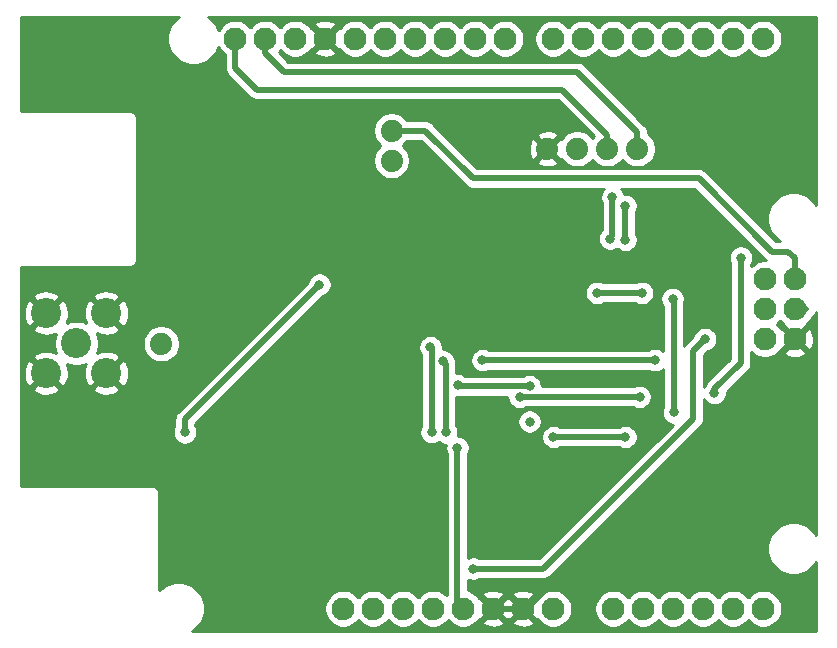
<source format=gbr>
%TF.GenerationSoftware,KiCad,Pcbnew,(5.1.9)-1*%
%TF.CreationDate,2021-01-06T17:38:29+00:00*%
%TF.ProjectId,RFMduino,52464d64-7569-46e6-9f2e-6b696361645f,rev?*%
%TF.SameCoordinates,Original*%
%TF.FileFunction,Copper,L2,Bot*%
%TF.FilePolarity,Positive*%
%FSLAX46Y46*%
G04 Gerber Fmt 4.6, Leading zero omitted, Abs format (unit mm)*
G04 Created by KiCad (PCBNEW (5.1.9)-1) date 2021-01-06 17:38:29*
%MOMM*%
%LPD*%
G01*
G04 APERTURE LIST*
%TA.AperFunction,ComponentPad*%
%ADD10C,1.879600*%
%TD*%
%TA.AperFunction,ComponentPad*%
%ADD11C,2.550000*%
%TD*%
%TA.AperFunction,ComponentPad*%
%ADD12C,1.930400*%
%TD*%
%TA.AperFunction,ViaPad*%
%ADD13C,0.800000*%
%TD*%
%TA.AperFunction,Conductor*%
%ADD14C,0.500000*%
%TD*%
%TA.AperFunction,Conductor*%
%ADD15C,0.254000*%
%TD*%
%TA.AperFunction,Conductor*%
%ADD16C,0.100000*%
%TD*%
G04 APERTURE END LIST*
D10*
%TO.P,J1,1*%
%TO.N,Net-(C1-Pad1)*%
X151500000Y-70000000D03*
%TO.P,J1,2*%
%TO.N,VCC*%
X151500000Y-67460000D03*
%TD*%
%TO.P,J2,1*%
%TO.N,/SDA*%
X172310000Y-69000000D03*
%TO.P,J2,2*%
%TO.N,/SCL*%
X169770000Y-69000000D03*
%TO.P,J2,3*%
%TO.N,5V*%
X167230000Y-69000000D03*
%TO.P,J2,4*%
%TO.N,Earth*%
X164690000Y-69000000D03*
%TD*%
%TO.P,J3,1*%
%TO.N,/ANT*%
X132000000Y-85500000D03*
%TD*%
D11*
%TO.P,J4,1*%
%TO.N,/ANT*%
X124810000Y-85455000D03*
%TO.P,J4,2*%
%TO.N,Earth*%
X122261000Y-88005000D03*
%TO.P,J4,3*%
X127360000Y-88005000D03*
%TO.P,J4,4*%
X127360000Y-82905000D03*
%TO.P,J4,5*%
X122261000Y-82905000D03*
%TD*%
D12*
%TO.P,B1,3.3V*%
%TO.N,Net-(B1-Pad3.3V)*%
X155040000Y-107930000D03*
%TO.P,B1,5V*%
%TO.N,5V*%
X157580000Y-107930000D03*
%TO.P,B1,A0*%
%TO.N,Net-(B1-PadA0)*%
X170280000Y-107930000D03*
%TO.P,B1,A1*%
%TO.N,Net-(B1-PadA1)*%
X172820000Y-107930000D03*
%TO.P,B1,A2*%
%TO.N,Net-(B1-PadA2)*%
X175360000Y-107930000D03*
%TO.P,B1,A3*%
%TO.N,Net-(B1-PadA3)*%
X177900000Y-107930000D03*
%TO.P,B1,A4*%
%TO.N,Net-(B1-PadA4)*%
X180440000Y-107930000D03*
%TO.P,B1,A5*%
%TO.N,Net-(B1-PadA5)*%
X182980000Y-107930000D03*
%TO.P,B1,AREF*%
%TO.N,Net-(B1-PadAREF)*%
X143356000Y-59670000D03*
%TO.P,B1,D0*%
%TO.N,Net-(B1-PadD0)*%
X182980000Y-59670000D03*
%TO.P,B1,D1*%
%TO.N,Net-(B1-PadD1)*%
X180440000Y-59670000D03*
%TO.P,B1,D2*%
%TO.N,Net-(B1-PadD2)*%
X177900000Y-59670000D03*
%TO.P,B1,D3*%
%TO.N,/RST_5V*%
X175360000Y-59670000D03*
%TO.P,B1,D4*%
%TO.N,/CS_5V*%
X172820000Y-59670000D03*
%TO.P,B1,D5*%
%TO.N,Net-(B1-PadD5)*%
X170280000Y-59670000D03*
%TO.P,B1,D6*%
%TO.N,Net-(B1-PadD6)*%
X167740000Y-59670000D03*
%TO.P,B1,D7*%
%TO.N,Net-(B1-PadD7)*%
X165200000Y-59670000D03*
%TO.P,B1,D8*%
%TO.N,Net-(B1-PadD8)*%
X161136000Y-59670000D03*
%TO.P,B1,D9*%
%TO.N,Net-(B1-PadD9)*%
X158596000Y-59670000D03*
%TO.P,B1,D10*%
%TO.N,Net-(B1-PadD10)*%
X156056000Y-59670000D03*
%TO.P,B1,D11*%
%TO.N,Net-(B1-PadD11)*%
X153516000Y-59670000D03*
%TO.P,B1,D12*%
%TO.N,Net-(B1-PadD12)*%
X150976000Y-59670000D03*
%TO.P,B1,D13*%
%TO.N,Net-(B1-PadD13)*%
X148436000Y-59670000D03*
%TO.P,B1,GND@*%
%TO.N,Earth*%
X160120000Y-107930000D03*
X162660000Y-107930000D03*
X145896000Y-59670000D03*
X185659700Y-85118260D03*
%TO.P,B1,IORE*%
%TO.N,Net-(B1-PadIORE)*%
X149960000Y-107930000D03*
%TO.P,B1,MISO*%
%TO.N,/MISO_5V*%
X183119700Y-80040800D03*
%TO.P,B1,MOSI*%
%TO.N,/MOSI_5V*%
X185659700Y-82580800D03*
%TO.P,B1,NC*%
%TO.N,N/C*%
X147420000Y-107930000D03*
%TO.P,B1,RESE*%
%TO.N,Net-(B1-PadRESE)*%
X152500000Y-107930000D03*
X183119700Y-85118260D03*
%TO.P,B1,SCK*%
%TO.N,/SCK_5V*%
X183119700Y-82580800D03*
%TO.P,B1,SCL*%
%TO.N,/SCL*%
X138276000Y-59670000D03*
%TO.P,B1,SDA*%
%TO.N,/SDA*%
X140816000Y-59670000D03*
%TO.P,B1,VCC*%
%TO.N,VCC*%
X185659700Y-80040800D03*
%TO.P,B1,VIN*%
%TO.N,Net-(B1-PadVIN)*%
X165200000Y-107930000D03*
%TD*%
D13*
%TO.N,5V*%
X157075000Y-94325000D03*
X181076600Y-78206600D03*
X178841400Y-89687400D03*
%TO.N,Net-(B1-PadRESE)*%
X178056860Y-85118260D03*
X158419800Y-104546400D03*
%TO.N,/RST_5V*%
X165200000Y-93400000D03*
X171300000Y-93400000D03*
X171300000Y-76700000D03*
X171300000Y-73825000D03*
%TO.N,/CS_5V*%
X170000000Y-76600000D03*
X170200000Y-73100000D03*
%TO.N,Earth*%
X158000000Y-75100000D03*
X153600000Y-78000000D03*
X161200000Y-94300000D03*
X160096200Y-98602800D03*
%TO.N,/MOSI_5V*%
X173800000Y-86900000D03*
X159200000Y-86900000D03*
%TO.N,/SCK_5V*%
X162350000Y-90000000D03*
X172500000Y-90000000D03*
%TO.N,+3V3*%
X145400000Y-80500000D03*
X134000000Y-93000000D03*
X172700000Y-81200000D03*
X168900000Y-81200000D03*
%TO.N,/MISO_3V3*%
X175400000Y-91319254D03*
X175300000Y-81700000D03*
%TO.N,/MOSI_3V3*%
X154900000Y-92999740D03*
X154800000Y-85800000D03*
%TO.N,/RST_3V3*%
X155900000Y-87000000D03*
X156100000Y-93000000D03*
%TO.N,/CS_3V3*%
X163200000Y-92100000D03*
X163200000Y-89100000D03*
X157100000Y-89000000D03*
%TD*%
D14*
%TO.N,5V*%
X157075000Y-107425000D02*
X157580000Y-107930000D01*
X157075000Y-94325000D02*
X157075000Y-107425000D01*
X181076600Y-78206600D02*
X181076600Y-87122000D01*
X178841400Y-89357200D02*
X178841400Y-89687400D01*
X181076600Y-87122000D02*
X178841400Y-89357200D01*
%TO.N,Net-(B1-PadRESE)*%
X178056860Y-85118260D02*
X177043720Y-86131400D01*
X177043720Y-86131400D02*
X177043720Y-91866080D01*
X177043720Y-91866080D02*
X164363400Y-104546400D01*
X164363400Y-104546400D02*
X158419800Y-104546400D01*
%TO.N,/RST_5V*%
X165200000Y-93400000D02*
X171300000Y-93400000D01*
X171300000Y-76700000D02*
X171300000Y-74000000D01*
X171300000Y-74000000D02*
X171300000Y-73825000D01*
%TO.N,/CS_5V*%
X170200000Y-76400000D02*
X170000000Y-76600000D01*
X170200000Y-73100000D02*
X170200000Y-76400000D01*
%TO.N,Earth*%
X158000000Y-75100000D02*
X155100000Y-78000000D01*
X155100000Y-78000000D02*
X153600000Y-78000000D01*
X162847960Y-107930000D02*
X162660000Y-107930000D01*
X185659700Y-85118260D02*
X162847960Y-107930000D01*
X160120000Y-107930000D02*
X162660000Y-107930000D01*
X161200000Y-94300000D02*
X160120000Y-95380000D01*
X160096200Y-95403800D02*
X160120000Y-95380000D01*
X160096200Y-98602800D02*
X160096200Y-95403800D01*
%TO.N,/MOSI_5V*%
X185659700Y-82580800D02*
X186580800Y-82580800D01*
X173800000Y-86900000D02*
X159200000Y-86900000D01*
%TO.N,/SCK_5V*%
X162350000Y-90000000D02*
X169900000Y-90000000D01*
X169900000Y-90000000D02*
X172500000Y-90000000D01*
%TO.N,/SCL*%
X169770000Y-69000000D02*
X169770000Y-67830000D01*
X169770000Y-67830000D02*
X165940000Y-64000000D01*
X165940000Y-64000000D02*
X140100000Y-64000000D01*
X138276000Y-62176000D02*
X138276000Y-59670000D01*
X140100000Y-64000000D02*
X138276000Y-62176000D01*
%TO.N,/SDA*%
X172310000Y-69000000D02*
X172310000Y-67610000D01*
X167200000Y-62500000D02*
X142400000Y-62500000D01*
X172310000Y-67610000D02*
X167200000Y-62500000D01*
X140816000Y-60916000D02*
X140816000Y-59670000D01*
X142400000Y-62500000D02*
X140816000Y-60916000D01*
%TO.N,VCC*%
X185659700Y-80040800D02*
X185659700Y-78259700D01*
X151500000Y-67460000D02*
X154360000Y-67460000D01*
X154360000Y-67460000D02*
X158400000Y-71500000D01*
X158400000Y-71500000D02*
X177500000Y-71500000D01*
X177500000Y-71500000D02*
X183700000Y-77700000D01*
X185100000Y-77700000D02*
X185659700Y-78259700D01*
X183700000Y-77700000D02*
X185100000Y-77700000D01*
%TO.N,+3V3*%
X134000000Y-91900000D02*
X134000000Y-93000000D01*
X145400000Y-80500000D02*
X134000000Y-91900000D01*
X172700000Y-81200000D02*
X168900000Y-81200000D01*
%TO.N,/MISO_3V3*%
X175400000Y-81800000D02*
X175300000Y-81700000D01*
X175400000Y-91319254D02*
X175400000Y-81800000D01*
%TO.N,/MOSI_3V3*%
X154900000Y-85800000D02*
X154900000Y-92899480D01*
%TO.N,/RST_3V3*%
X156100000Y-87200000D02*
X155900000Y-87000000D01*
X156100000Y-93000000D02*
X156100000Y-87200000D01*
%TO.N,/CS_3V3*%
X163200000Y-89100000D02*
X157100000Y-89100000D01*
X157100000Y-89100000D02*
X157100000Y-89000000D01*
%TD*%
D15*
%TO.N,Earth*%
X133303239Y-57943671D02*
X132993671Y-58253239D01*
X132750446Y-58617251D01*
X132582909Y-59021721D01*
X132497500Y-59451103D01*
X132497500Y-59888897D01*
X132582909Y-60318279D01*
X132750446Y-60722749D01*
X132993671Y-61086761D01*
X133303239Y-61396329D01*
X133667251Y-61639554D01*
X134071721Y-61807091D01*
X134501103Y-61892500D01*
X134938897Y-61892500D01*
X135368279Y-61807091D01*
X135772749Y-61639554D01*
X136136761Y-61396329D01*
X136446329Y-61086761D01*
X136689554Y-60722749D01*
X136834786Y-60372127D01*
X136857921Y-60427979D01*
X137033043Y-60690068D01*
X137255932Y-60912957D01*
X137391000Y-61003207D01*
X137391000Y-62132531D01*
X137386719Y-62176000D01*
X137391000Y-62219469D01*
X137391000Y-62219476D01*
X137403805Y-62349489D01*
X137454411Y-62516312D01*
X137536589Y-62670058D01*
X137647183Y-62804817D01*
X137680956Y-62832534D01*
X139443470Y-64595049D01*
X139471183Y-64628817D01*
X139504951Y-64656530D01*
X139504953Y-64656532D01*
X139605941Y-64739411D01*
X139759686Y-64821589D01*
X139926510Y-64872195D01*
X140056523Y-64885000D01*
X140056531Y-64885000D01*
X140100000Y-64889281D01*
X140143469Y-64885000D01*
X165573422Y-64885000D01*
X168615659Y-67927237D01*
X168546773Y-67996123D01*
X168500000Y-68066124D01*
X168453227Y-67996123D01*
X168233877Y-67776773D01*
X167975948Y-67604430D01*
X167689352Y-67485718D01*
X167385104Y-67425200D01*
X167074896Y-67425200D01*
X166770648Y-67485718D01*
X166484052Y-67604430D01*
X166226123Y-67776773D01*
X166006773Y-67996123D01*
X165915505Y-68132714D01*
X165782476Y-68087129D01*
X164869605Y-69000000D01*
X165782476Y-69912871D01*
X165915505Y-69867286D01*
X166006773Y-70003877D01*
X166226123Y-70223227D01*
X166484052Y-70395570D01*
X166770648Y-70514282D01*
X167074896Y-70574800D01*
X167385104Y-70574800D01*
X167689352Y-70514282D01*
X167975948Y-70395570D01*
X168233877Y-70223227D01*
X168453227Y-70003877D01*
X168500000Y-69933876D01*
X168546773Y-70003877D01*
X168766123Y-70223227D01*
X169024052Y-70395570D01*
X169310648Y-70514282D01*
X169614896Y-70574800D01*
X169925104Y-70574800D01*
X170229352Y-70514282D01*
X170515948Y-70395570D01*
X170773877Y-70223227D01*
X170993227Y-70003877D01*
X171040000Y-69933876D01*
X171086773Y-70003877D01*
X171306123Y-70223227D01*
X171564052Y-70395570D01*
X171850648Y-70514282D01*
X172154896Y-70574800D01*
X172465104Y-70574800D01*
X172769352Y-70514282D01*
X173055948Y-70395570D01*
X173313877Y-70223227D01*
X173533227Y-70003877D01*
X173705570Y-69745948D01*
X173824282Y-69459352D01*
X173884800Y-69155104D01*
X173884800Y-68844896D01*
X173824282Y-68540648D01*
X173705570Y-68254052D01*
X173533227Y-67996123D01*
X173313877Y-67776773D01*
X173195000Y-67697342D01*
X173195000Y-67653465D01*
X173199281Y-67609999D01*
X173195000Y-67566533D01*
X173195000Y-67566523D01*
X173182195Y-67436510D01*
X173131589Y-67269687D01*
X173049411Y-67115941D01*
X172938817Y-66981183D01*
X172905049Y-66953470D01*
X167856534Y-61904956D01*
X167828817Y-61871183D01*
X167694059Y-61760589D01*
X167540313Y-61678411D01*
X167373490Y-61627805D01*
X167243477Y-61615000D01*
X167243469Y-61615000D01*
X167200000Y-61610719D01*
X167156531Y-61615000D01*
X142766579Y-61615000D01*
X141950302Y-60798723D01*
X142058957Y-60690068D01*
X142086000Y-60649595D01*
X142113043Y-60690068D01*
X142335932Y-60912957D01*
X142598021Y-61088079D01*
X142889239Y-61208706D01*
X143198394Y-61270200D01*
X143513606Y-61270200D01*
X143822761Y-61208706D01*
X144113979Y-61088079D01*
X144376068Y-60912957D01*
X144508431Y-60780594D01*
X144965011Y-60780594D01*
X145056572Y-61041438D01*
X145340256Y-61178851D01*
X145645296Y-61258279D01*
X145959971Y-61276670D01*
X146272188Y-61233318D01*
X146569948Y-61129888D01*
X146735428Y-61041438D01*
X146826989Y-60780594D01*
X145896000Y-59849605D01*
X144965011Y-60780594D01*
X144508431Y-60780594D01*
X144598957Y-60690068D01*
X144682592Y-60564899D01*
X144785406Y-60600989D01*
X145716395Y-59670000D01*
X146075605Y-59670000D01*
X147006594Y-60600989D01*
X147109408Y-60564899D01*
X147193043Y-60690068D01*
X147415932Y-60912957D01*
X147678021Y-61088079D01*
X147969239Y-61208706D01*
X148278394Y-61270200D01*
X148593606Y-61270200D01*
X148902761Y-61208706D01*
X149193979Y-61088079D01*
X149456068Y-60912957D01*
X149678957Y-60690068D01*
X149706000Y-60649595D01*
X149733043Y-60690068D01*
X149955932Y-60912957D01*
X150218021Y-61088079D01*
X150509239Y-61208706D01*
X150818394Y-61270200D01*
X151133606Y-61270200D01*
X151442761Y-61208706D01*
X151733979Y-61088079D01*
X151996068Y-60912957D01*
X152218957Y-60690068D01*
X152246000Y-60649595D01*
X152273043Y-60690068D01*
X152495932Y-60912957D01*
X152758021Y-61088079D01*
X153049239Y-61208706D01*
X153358394Y-61270200D01*
X153673606Y-61270200D01*
X153982761Y-61208706D01*
X154273979Y-61088079D01*
X154536068Y-60912957D01*
X154758957Y-60690068D01*
X154786000Y-60649595D01*
X154813043Y-60690068D01*
X155035932Y-60912957D01*
X155298021Y-61088079D01*
X155589239Y-61208706D01*
X155898394Y-61270200D01*
X156213606Y-61270200D01*
X156522761Y-61208706D01*
X156813979Y-61088079D01*
X157076068Y-60912957D01*
X157298957Y-60690068D01*
X157326000Y-60649595D01*
X157353043Y-60690068D01*
X157575932Y-60912957D01*
X157838021Y-61088079D01*
X158129239Y-61208706D01*
X158438394Y-61270200D01*
X158753606Y-61270200D01*
X159062761Y-61208706D01*
X159353979Y-61088079D01*
X159616068Y-60912957D01*
X159838957Y-60690068D01*
X159866000Y-60649595D01*
X159893043Y-60690068D01*
X160115932Y-60912957D01*
X160378021Y-61088079D01*
X160669239Y-61208706D01*
X160978394Y-61270200D01*
X161293606Y-61270200D01*
X161602761Y-61208706D01*
X161893979Y-61088079D01*
X162156068Y-60912957D01*
X162378957Y-60690068D01*
X162554079Y-60427979D01*
X162674706Y-60136761D01*
X162736200Y-59827606D01*
X162736200Y-59512394D01*
X163599800Y-59512394D01*
X163599800Y-59827606D01*
X163661294Y-60136761D01*
X163781921Y-60427979D01*
X163957043Y-60690068D01*
X164179932Y-60912957D01*
X164442021Y-61088079D01*
X164733239Y-61208706D01*
X165042394Y-61270200D01*
X165357606Y-61270200D01*
X165666761Y-61208706D01*
X165957979Y-61088079D01*
X166220068Y-60912957D01*
X166442957Y-60690068D01*
X166470000Y-60649595D01*
X166497043Y-60690068D01*
X166719932Y-60912957D01*
X166982021Y-61088079D01*
X167273239Y-61208706D01*
X167582394Y-61270200D01*
X167897606Y-61270200D01*
X168206761Y-61208706D01*
X168497979Y-61088079D01*
X168760068Y-60912957D01*
X168982957Y-60690068D01*
X169010000Y-60649595D01*
X169037043Y-60690068D01*
X169259932Y-60912957D01*
X169522021Y-61088079D01*
X169813239Y-61208706D01*
X170122394Y-61270200D01*
X170437606Y-61270200D01*
X170746761Y-61208706D01*
X171037979Y-61088079D01*
X171300068Y-60912957D01*
X171522957Y-60690068D01*
X171550000Y-60649595D01*
X171577043Y-60690068D01*
X171799932Y-60912957D01*
X172062021Y-61088079D01*
X172353239Y-61208706D01*
X172662394Y-61270200D01*
X172977606Y-61270200D01*
X173286761Y-61208706D01*
X173577979Y-61088079D01*
X173840068Y-60912957D01*
X174062957Y-60690068D01*
X174090000Y-60649595D01*
X174117043Y-60690068D01*
X174339932Y-60912957D01*
X174602021Y-61088079D01*
X174893239Y-61208706D01*
X175202394Y-61270200D01*
X175517606Y-61270200D01*
X175826761Y-61208706D01*
X176117979Y-61088079D01*
X176380068Y-60912957D01*
X176602957Y-60690068D01*
X176630000Y-60649595D01*
X176657043Y-60690068D01*
X176879932Y-60912957D01*
X177142021Y-61088079D01*
X177433239Y-61208706D01*
X177742394Y-61270200D01*
X178057606Y-61270200D01*
X178366761Y-61208706D01*
X178657979Y-61088079D01*
X178920068Y-60912957D01*
X179142957Y-60690068D01*
X179170000Y-60649595D01*
X179197043Y-60690068D01*
X179419932Y-60912957D01*
X179682021Y-61088079D01*
X179973239Y-61208706D01*
X180282394Y-61270200D01*
X180597606Y-61270200D01*
X180906761Y-61208706D01*
X181197979Y-61088079D01*
X181460068Y-60912957D01*
X181682957Y-60690068D01*
X181710000Y-60649595D01*
X181737043Y-60690068D01*
X181959932Y-60912957D01*
X182222021Y-61088079D01*
X182513239Y-61208706D01*
X182822394Y-61270200D01*
X183137606Y-61270200D01*
X183446761Y-61208706D01*
X183737979Y-61088079D01*
X184000068Y-60912957D01*
X184222957Y-60690068D01*
X184398079Y-60427979D01*
X184518706Y-60136761D01*
X184580200Y-59827606D01*
X184580200Y-59512394D01*
X184518706Y-59203239D01*
X184398079Y-58912021D01*
X184222957Y-58649932D01*
X184000068Y-58427043D01*
X183737979Y-58251921D01*
X183446761Y-58131294D01*
X183137606Y-58069800D01*
X182822394Y-58069800D01*
X182513239Y-58131294D01*
X182222021Y-58251921D01*
X181959932Y-58427043D01*
X181737043Y-58649932D01*
X181710000Y-58690405D01*
X181682957Y-58649932D01*
X181460068Y-58427043D01*
X181197979Y-58251921D01*
X180906761Y-58131294D01*
X180597606Y-58069800D01*
X180282394Y-58069800D01*
X179973239Y-58131294D01*
X179682021Y-58251921D01*
X179419932Y-58427043D01*
X179197043Y-58649932D01*
X179170000Y-58690405D01*
X179142957Y-58649932D01*
X178920068Y-58427043D01*
X178657979Y-58251921D01*
X178366761Y-58131294D01*
X178057606Y-58069800D01*
X177742394Y-58069800D01*
X177433239Y-58131294D01*
X177142021Y-58251921D01*
X176879932Y-58427043D01*
X176657043Y-58649932D01*
X176630000Y-58690405D01*
X176602957Y-58649932D01*
X176380068Y-58427043D01*
X176117979Y-58251921D01*
X175826761Y-58131294D01*
X175517606Y-58069800D01*
X175202394Y-58069800D01*
X174893239Y-58131294D01*
X174602021Y-58251921D01*
X174339932Y-58427043D01*
X174117043Y-58649932D01*
X174090000Y-58690405D01*
X174062957Y-58649932D01*
X173840068Y-58427043D01*
X173577979Y-58251921D01*
X173286761Y-58131294D01*
X172977606Y-58069800D01*
X172662394Y-58069800D01*
X172353239Y-58131294D01*
X172062021Y-58251921D01*
X171799932Y-58427043D01*
X171577043Y-58649932D01*
X171550000Y-58690405D01*
X171522957Y-58649932D01*
X171300068Y-58427043D01*
X171037979Y-58251921D01*
X170746761Y-58131294D01*
X170437606Y-58069800D01*
X170122394Y-58069800D01*
X169813239Y-58131294D01*
X169522021Y-58251921D01*
X169259932Y-58427043D01*
X169037043Y-58649932D01*
X169010000Y-58690405D01*
X168982957Y-58649932D01*
X168760068Y-58427043D01*
X168497979Y-58251921D01*
X168206761Y-58131294D01*
X167897606Y-58069800D01*
X167582394Y-58069800D01*
X167273239Y-58131294D01*
X166982021Y-58251921D01*
X166719932Y-58427043D01*
X166497043Y-58649932D01*
X166470000Y-58690405D01*
X166442957Y-58649932D01*
X166220068Y-58427043D01*
X165957979Y-58251921D01*
X165666761Y-58131294D01*
X165357606Y-58069800D01*
X165042394Y-58069800D01*
X164733239Y-58131294D01*
X164442021Y-58251921D01*
X164179932Y-58427043D01*
X163957043Y-58649932D01*
X163781921Y-58912021D01*
X163661294Y-59203239D01*
X163599800Y-59512394D01*
X162736200Y-59512394D01*
X162674706Y-59203239D01*
X162554079Y-58912021D01*
X162378957Y-58649932D01*
X162156068Y-58427043D01*
X161893979Y-58251921D01*
X161602761Y-58131294D01*
X161293606Y-58069800D01*
X160978394Y-58069800D01*
X160669239Y-58131294D01*
X160378021Y-58251921D01*
X160115932Y-58427043D01*
X159893043Y-58649932D01*
X159866000Y-58690405D01*
X159838957Y-58649932D01*
X159616068Y-58427043D01*
X159353979Y-58251921D01*
X159062761Y-58131294D01*
X158753606Y-58069800D01*
X158438394Y-58069800D01*
X158129239Y-58131294D01*
X157838021Y-58251921D01*
X157575932Y-58427043D01*
X157353043Y-58649932D01*
X157326000Y-58690405D01*
X157298957Y-58649932D01*
X157076068Y-58427043D01*
X156813979Y-58251921D01*
X156522761Y-58131294D01*
X156213606Y-58069800D01*
X155898394Y-58069800D01*
X155589239Y-58131294D01*
X155298021Y-58251921D01*
X155035932Y-58427043D01*
X154813043Y-58649932D01*
X154786000Y-58690405D01*
X154758957Y-58649932D01*
X154536068Y-58427043D01*
X154273979Y-58251921D01*
X153982761Y-58131294D01*
X153673606Y-58069800D01*
X153358394Y-58069800D01*
X153049239Y-58131294D01*
X152758021Y-58251921D01*
X152495932Y-58427043D01*
X152273043Y-58649932D01*
X152246000Y-58690405D01*
X152218957Y-58649932D01*
X151996068Y-58427043D01*
X151733979Y-58251921D01*
X151442761Y-58131294D01*
X151133606Y-58069800D01*
X150818394Y-58069800D01*
X150509239Y-58131294D01*
X150218021Y-58251921D01*
X149955932Y-58427043D01*
X149733043Y-58649932D01*
X149706000Y-58690405D01*
X149678957Y-58649932D01*
X149456068Y-58427043D01*
X149193979Y-58251921D01*
X148902761Y-58131294D01*
X148593606Y-58069800D01*
X148278394Y-58069800D01*
X147969239Y-58131294D01*
X147678021Y-58251921D01*
X147415932Y-58427043D01*
X147193043Y-58649932D01*
X147109408Y-58775101D01*
X147006594Y-58739011D01*
X146075605Y-59670000D01*
X145716395Y-59670000D01*
X144785406Y-58739011D01*
X144682592Y-58775101D01*
X144598957Y-58649932D01*
X144508431Y-58559406D01*
X144965011Y-58559406D01*
X145896000Y-59490395D01*
X146826989Y-58559406D01*
X146735428Y-58298562D01*
X146451744Y-58161149D01*
X146146704Y-58081721D01*
X145832029Y-58063330D01*
X145519812Y-58106682D01*
X145222052Y-58210112D01*
X145056572Y-58298562D01*
X144965011Y-58559406D01*
X144508431Y-58559406D01*
X144376068Y-58427043D01*
X144113979Y-58251921D01*
X143822761Y-58131294D01*
X143513606Y-58069800D01*
X143198394Y-58069800D01*
X142889239Y-58131294D01*
X142598021Y-58251921D01*
X142335932Y-58427043D01*
X142113043Y-58649932D01*
X142086000Y-58690405D01*
X142058957Y-58649932D01*
X141836068Y-58427043D01*
X141573979Y-58251921D01*
X141282761Y-58131294D01*
X140973606Y-58069800D01*
X140658394Y-58069800D01*
X140349239Y-58131294D01*
X140058021Y-58251921D01*
X139795932Y-58427043D01*
X139573043Y-58649932D01*
X139546000Y-58690405D01*
X139518957Y-58649932D01*
X139296068Y-58427043D01*
X139033979Y-58251921D01*
X138742761Y-58131294D01*
X138433606Y-58069800D01*
X138118394Y-58069800D01*
X137809239Y-58131294D01*
X137518021Y-58251921D01*
X137255932Y-58427043D01*
X137033043Y-58649932D01*
X136857921Y-58912021D01*
X136834786Y-58967873D01*
X136689554Y-58617251D01*
X136446329Y-58253239D01*
X136136761Y-57943671D01*
X135936708Y-57810000D01*
X187427000Y-57810000D01*
X187427000Y-73763633D01*
X187246329Y-73493239D01*
X186936761Y-73183671D01*
X186572749Y-72940446D01*
X186168279Y-72772909D01*
X185738897Y-72687500D01*
X185301103Y-72687500D01*
X184871721Y-72772909D01*
X184467251Y-72940446D01*
X184103239Y-73183671D01*
X183793671Y-73493239D01*
X183550446Y-73857251D01*
X183382909Y-74261721D01*
X183297500Y-74691103D01*
X183297500Y-75128897D01*
X183382909Y-75558279D01*
X183550446Y-75962749D01*
X183793671Y-76326761D01*
X184103239Y-76636329D01*
X184370639Y-76815000D01*
X184066579Y-76815000D01*
X178156534Y-70904956D01*
X178128817Y-70871183D01*
X177994059Y-70760589D01*
X177840313Y-70678411D01*
X177673490Y-70627805D01*
X177543477Y-70615000D01*
X177543469Y-70615000D01*
X177500000Y-70610719D01*
X177456531Y-70615000D01*
X158766579Y-70615000D01*
X158244055Y-70092476D01*
X163777129Y-70092476D01*
X163865623Y-70350723D01*
X164144976Y-70485597D01*
X164445275Y-70563381D01*
X164754977Y-70581084D01*
X165062184Y-70538027D01*
X165355086Y-70435865D01*
X165514377Y-70350723D01*
X165602871Y-70092476D01*
X164690000Y-69179605D01*
X163777129Y-70092476D01*
X158244055Y-70092476D01*
X157216556Y-69064977D01*
X163108916Y-69064977D01*
X163151973Y-69372184D01*
X163254135Y-69665086D01*
X163339277Y-69824377D01*
X163597524Y-69912871D01*
X164510395Y-69000000D01*
X163597524Y-68087129D01*
X163339277Y-68175623D01*
X163204403Y-68454976D01*
X163126619Y-68755275D01*
X163108916Y-69064977D01*
X157216556Y-69064977D01*
X156059103Y-67907524D01*
X163777129Y-67907524D01*
X164690000Y-68820395D01*
X165602871Y-67907524D01*
X165514377Y-67649277D01*
X165235024Y-67514403D01*
X164934725Y-67436619D01*
X164625023Y-67418916D01*
X164317816Y-67461973D01*
X164024914Y-67564135D01*
X163865623Y-67649277D01*
X163777129Y-67907524D01*
X156059103Y-67907524D01*
X155016534Y-66864956D01*
X154988817Y-66831183D01*
X154854059Y-66720589D01*
X154700313Y-66638411D01*
X154533490Y-66587805D01*
X154403477Y-66575000D01*
X154403469Y-66575000D01*
X154360000Y-66570719D01*
X154316531Y-66575000D01*
X152802658Y-66575000D01*
X152723227Y-66456123D01*
X152503877Y-66236773D01*
X152245948Y-66064430D01*
X151959352Y-65945718D01*
X151655104Y-65885200D01*
X151344896Y-65885200D01*
X151040648Y-65945718D01*
X150754052Y-66064430D01*
X150496123Y-66236773D01*
X150276773Y-66456123D01*
X150104430Y-66714052D01*
X149985718Y-67000648D01*
X149925200Y-67304896D01*
X149925200Y-67615104D01*
X149985718Y-67919352D01*
X150104430Y-68205948D01*
X150276773Y-68463877D01*
X150496123Y-68683227D01*
X150566124Y-68730000D01*
X150496123Y-68776773D01*
X150276773Y-68996123D01*
X150104430Y-69254052D01*
X149985718Y-69540648D01*
X149925200Y-69844896D01*
X149925200Y-70155104D01*
X149985718Y-70459352D01*
X150104430Y-70745948D01*
X150276773Y-71003877D01*
X150496123Y-71223227D01*
X150754052Y-71395570D01*
X151040648Y-71514282D01*
X151344896Y-71574800D01*
X151655104Y-71574800D01*
X151959352Y-71514282D01*
X152245948Y-71395570D01*
X152503877Y-71223227D01*
X152723227Y-71003877D01*
X152895570Y-70745948D01*
X153014282Y-70459352D01*
X153074800Y-70155104D01*
X153074800Y-69844896D01*
X153014282Y-69540648D01*
X152895570Y-69254052D01*
X152723227Y-68996123D01*
X152503877Y-68776773D01*
X152433876Y-68730000D01*
X152503877Y-68683227D01*
X152723227Y-68463877D01*
X152802658Y-68345000D01*
X153993422Y-68345000D01*
X157743470Y-72095049D01*
X157771183Y-72128817D01*
X157804951Y-72156530D01*
X157804953Y-72156532D01*
X157870979Y-72210718D01*
X157905941Y-72239411D01*
X158059687Y-72321589D01*
X158226510Y-72372195D01*
X158356523Y-72385000D01*
X158356531Y-72385000D01*
X158400000Y-72389281D01*
X158443469Y-72385000D01*
X169451289Y-72385000D01*
X169396063Y-72440226D01*
X169282795Y-72609744D01*
X169204774Y-72798102D01*
X169165000Y-72998061D01*
X169165000Y-73201939D01*
X169204774Y-73401898D01*
X169282795Y-73590256D01*
X169315000Y-73638455D01*
X169315001Y-75821288D01*
X169196063Y-75940226D01*
X169082795Y-76109744D01*
X169004774Y-76298102D01*
X168965000Y-76498061D01*
X168965000Y-76701939D01*
X169004774Y-76901898D01*
X169082795Y-77090256D01*
X169196063Y-77259774D01*
X169340226Y-77403937D01*
X169509744Y-77517205D01*
X169698102Y-77595226D01*
X169898061Y-77635000D01*
X170101939Y-77635000D01*
X170301898Y-77595226D01*
X170490256Y-77517205D01*
X170588110Y-77451821D01*
X170640226Y-77503937D01*
X170809744Y-77617205D01*
X170998102Y-77695226D01*
X171198061Y-77735000D01*
X171401939Y-77735000D01*
X171601898Y-77695226D01*
X171790256Y-77617205D01*
X171959774Y-77503937D01*
X172103937Y-77359774D01*
X172217205Y-77190256D01*
X172295226Y-77001898D01*
X172335000Y-76801939D01*
X172335000Y-76598061D01*
X172295226Y-76398102D01*
X172217205Y-76209744D01*
X172185000Y-76161546D01*
X172185000Y-74363454D01*
X172217205Y-74315256D01*
X172295226Y-74126898D01*
X172335000Y-73926939D01*
X172335000Y-73723061D01*
X172295226Y-73523102D01*
X172217205Y-73334744D01*
X172103937Y-73165226D01*
X171959774Y-73021063D01*
X171790256Y-72907795D01*
X171601898Y-72829774D01*
X171401939Y-72790000D01*
X171198061Y-72790000D01*
X171192341Y-72791138D01*
X171117205Y-72609744D01*
X171003937Y-72440226D01*
X170948711Y-72385000D01*
X177133422Y-72385000D01*
X183043470Y-78295049D01*
X183071183Y-78328817D01*
X183104951Y-78356530D01*
X183104953Y-78356532D01*
X183147462Y-78391418D01*
X183205941Y-78439411D01*
X183208165Y-78440600D01*
X182962094Y-78440600D01*
X182652939Y-78502094D01*
X182361721Y-78622721D01*
X182099632Y-78797843D01*
X181961600Y-78935875D01*
X181961600Y-78745054D01*
X181993805Y-78696856D01*
X182071826Y-78508498D01*
X182111600Y-78308539D01*
X182111600Y-78104661D01*
X182071826Y-77904702D01*
X181993805Y-77716344D01*
X181880537Y-77546826D01*
X181736374Y-77402663D01*
X181566856Y-77289395D01*
X181378498Y-77211374D01*
X181178539Y-77171600D01*
X180974661Y-77171600D01*
X180774702Y-77211374D01*
X180586344Y-77289395D01*
X180416826Y-77402663D01*
X180272663Y-77546826D01*
X180159395Y-77716344D01*
X180081374Y-77904702D01*
X180041600Y-78104661D01*
X180041600Y-78308539D01*
X180081374Y-78508498D01*
X180159395Y-78696856D01*
X180191600Y-78745054D01*
X180191601Y-86755420D01*
X178246356Y-88700666D01*
X178212583Y-88728383D01*
X178101989Y-88863142D01*
X178019811Y-89016888D01*
X177999818Y-89082795D01*
X177999168Y-89084939D01*
X177928720Y-89190372D01*
X177928720Y-86497978D01*
X178301904Y-86124795D01*
X178358758Y-86113486D01*
X178547116Y-86035465D01*
X178716634Y-85922197D01*
X178860797Y-85778034D01*
X178974065Y-85608516D01*
X179052086Y-85420158D01*
X179091860Y-85220199D01*
X179091860Y-85016321D01*
X179052086Y-84816362D01*
X178974065Y-84628004D01*
X178860797Y-84458486D01*
X178716634Y-84314323D01*
X178547116Y-84201055D01*
X178358758Y-84123034D01*
X178158799Y-84083260D01*
X177954921Y-84083260D01*
X177754962Y-84123034D01*
X177566604Y-84201055D01*
X177397086Y-84314323D01*
X177252923Y-84458486D01*
X177139655Y-84628004D01*
X177061634Y-84816362D01*
X177050325Y-84873216D01*
X176448676Y-85474866D01*
X176414903Y-85502583D01*
X176304309Y-85637342D01*
X176285000Y-85673467D01*
X176285000Y-82026586D01*
X176295226Y-82001898D01*
X176335000Y-81801939D01*
X176335000Y-81598061D01*
X176295226Y-81398102D01*
X176217205Y-81209744D01*
X176103937Y-81040226D01*
X175959774Y-80896063D01*
X175790256Y-80782795D01*
X175601898Y-80704774D01*
X175401939Y-80665000D01*
X175198061Y-80665000D01*
X174998102Y-80704774D01*
X174809744Y-80782795D01*
X174640226Y-80896063D01*
X174496063Y-81040226D01*
X174382795Y-81209744D01*
X174304774Y-81398102D01*
X174265000Y-81598061D01*
X174265000Y-81801939D01*
X174304774Y-82001898D01*
X174382795Y-82190256D01*
X174496063Y-82359774D01*
X174515001Y-82378712D01*
X174515001Y-86151290D01*
X174459774Y-86096063D01*
X174290256Y-85982795D01*
X174101898Y-85904774D01*
X173901939Y-85865000D01*
X173698061Y-85865000D01*
X173498102Y-85904774D01*
X173309744Y-85982795D01*
X173261546Y-86015000D01*
X159738454Y-86015000D01*
X159690256Y-85982795D01*
X159501898Y-85904774D01*
X159301939Y-85865000D01*
X159098061Y-85865000D01*
X158898102Y-85904774D01*
X158709744Y-85982795D01*
X158540226Y-86096063D01*
X158396063Y-86240226D01*
X158282795Y-86409744D01*
X158204774Y-86598102D01*
X158165000Y-86798061D01*
X158165000Y-87001939D01*
X158204774Y-87201898D01*
X158282795Y-87390256D01*
X158396063Y-87559774D01*
X158540226Y-87703937D01*
X158709744Y-87817205D01*
X158898102Y-87895226D01*
X159098061Y-87935000D01*
X159301939Y-87935000D01*
X159501898Y-87895226D01*
X159690256Y-87817205D01*
X159738454Y-87785000D01*
X173261546Y-87785000D01*
X173309744Y-87817205D01*
X173498102Y-87895226D01*
X173698061Y-87935000D01*
X173901939Y-87935000D01*
X174101898Y-87895226D01*
X174290256Y-87817205D01*
X174459774Y-87703937D01*
X174515000Y-87648711D01*
X174515000Y-90780800D01*
X174482795Y-90828998D01*
X174404774Y-91017356D01*
X174365000Y-91217315D01*
X174365000Y-91421193D01*
X174404774Y-91621152D01*
X174482795Y-91809510D01*
X174596063Y-91979028D01*
X174740226Y-92123191D01*
X174909744Y-92236459D01*
X175098102Y-92314480D01*
X175298061Y-92354254D01*
X175303967Y-92354254D01*
X163996822Y-103661400D01*
X158958254Y-103661400D01*
X158910056Y-103629195D01*
X158721698Y-103551174D01*
X158521739Y-103511400D01*
X158317861Y-103511400D01*
X158117902Y-103551174D01*
X157960000Y-103616580D01*
X157960000Y-94863454D01*
X157992205Y-94815256D01*
X158070226Y-94626898D01*
X158110000Y-94426939D01*
X158110000Y-94223061D01*
X158070226Y-94023102D01*
X157992205Y-93834744D01*
X157878937Y-93665226D01*
X157734774Y-93521063D01*
X157565256Y-93407795D01*
X157376898Y-93329774D01*
X157217465Y-93298061D01*
X164165000Y-93298061D01*
X164165000Y-93501939D01*
X164204774Y-93701898D01*
X164282795Y-93890256D01*
X164396063Y-94059774D01*
X164540226Y-94203937D01*
X164709744Y-94317205D01*
X164898102Y-94395226D01*
X165098061Y-94435000D01*
X165301939Y-94435000D01*
X165501898Y-94395226D01*
X165690256Y-94317205D01*
X165738454Y-94285000D01*
X170761546Y-94285000D01*
X170809744Y-94317205D01*
X170998102Y-94395226D01*
X171198061Y-94435000D01*
X171401939Y-94435000D01*
X171601898Y-94395226D01*
X171790256Y-94317205D01*
X171959774Y-94203937D01*
X172103937Y-94059774D01*
X172217205Y-93890256D01*
X172295226Y-93701898D01*
X172335000Y-93501939D01*
X172335000Y-93298061D01*
X172295226Y-93098102D01*
X172217205Y-92909744D01*
X172103937Y-92740226D01*
X171959774Y-92596063D01*
X171790256Y-92482795D01*
X171601898Y-92404774D01*
X171401939Y-92365000D01*
X171198061Y-92365000D01*
X170998102Y-92404774D01*
X170809744Y-92482795D01*
X170761546Y-92515000D01*
X165738454Y-92515000D01*
X165690256Y-92482795D01*
X165501898Y-92404774D01*
X165301939Y-92365000D01*
X165098061Y-92365000D01*
X164898102Y-92404774D01*
X164709744Y-92482795D01*
X164540226Y-92596063D01*
X164396063Y-92740226D01*
X164282795Y-92909744D01*
X164204774Y-93098102D01*
X164165000Y-93298061D01*
X157217465Y-93298061D01*
X157176939Y-93290000D01*
X157097593Y-93290000D01*
X157135000Y-93101939D01*
X157135000Y-92898061D01*
X157095226Y-92698102D01*
X157017205Y-92509744D01*
X156985000Y-92461546D01*
X156985000Y-91998061D01*
X162165000Y-91998061D01*
X162165000Y-92201939D01*
X162204774Y-92401898D01*
X162282795Y-92590256D01*
X162396063Y-92759774D01*
X162540226Y-92903937D01*
X162709744Y-93017205D01*
X162898102Y-93095226D01*
X163098061Y-93135000D01*
X163301939Y-93135000D01*
X163501898Y-93095226D01*
X163690256Y-93017205D01*
X163859774Y-92903937D01*
X164003937Y-92759774D01*
X164117205Y-92590256D01*
X164195226Y-92401898D01*
X164235000Y-92201939D01*
X164235000Y-91998061D01*
X164195226Y-91798102D01*
X164117205Y-91609744D01*
X164003937Y-91440226D01*
X163859774Y-91296063D01*
X163690256Y-91182795D01*
X163501898Y-91104774D01*
X163301939Y-91065000D01*
X163098061Y-91065000D01*
X162898102Y-91104774D01*
X162709744Y-91182795D01*
X162540226Y-91296063D01*
X162396063Y-91440226D01*
X162282795Y-91609744D01*
X162204774Y-91798102D01*
X162165000Y-91998061D01*
X156985000Y-91998061D01*
X156985000Y-90032402D01*
X156998061Y-90035000D01*
X157201939Y-90035000D01*
X157401898Y-89995226D01*
X157426586Y-89985000D01*
X161315000Y-89985000D01*
X161315000Y-90101939D01*
X161354774Y-90301898D01*
X161432795Y-90490256D01*
X161546063Y-90659774D01*
X161690226Y-90803937D01*
X161859744Y-90917205D01*
X162048102Y-90995226D01*
X162248061Y-91035000D01*
X162451939Y-91035000D01*
X162651898Y-90995226D01*
X162840256Y-90917205D01*
X162888454Y-90885000D01*
X171961546Y-90885000D01*
X172009744Y-90917205D01*
X172198102Y-90995226D01*
X172398061Y-91035000D01*
X172601939Y-91035000D01*
X172801898Y-90995226D01*
X172990256Y-90917205D01*
X173159774Y-90803937D01*
X173303937Y-90659774D01*
X173417205Y-90490256D01*
X173495226Y-90301898D01*
X173535000Y-90101939D01*
X173535000Y-89898061D01*
X173495226Y-89698102D01*
X173417205Y-89509744D01*
X173303937Y-89340226D01*
X173159774Y-89196063D01*
X172990256Y-89082795D01*
X172801898Y-89004774D01*
X172601939Y-88965000D01*
X172398061Y-88965000D01*
X172198102Y-89004774D01*
X172009744Y-89082795D01*
X171961546Y-89115000D01*
X164235000Y-89115000D01*
X164235000Y-88998061D01*
X164195226Y-88798102D01*
X164117205Y-88609744D01*
X164003937Y-88440226D01*
X163859774Y-88296063D01*
X163690256Y-88182795D01*
X163501898Y-88104774D01*
X163301939Y-88065000D01*
X163098061Y-88065000D01*
X162898102Y-88104774D01*
X162709744Y-88182795D01*
X162661546Y-88215000D01*
X157778711Y-88215000D01*
X157759774Y-88196063D01*
X157590256Y-88082795D01*
X157401898Y-88004774D01*
X157201939Y-87965000D01*
X156998061Y-87965000D01*
X156985000Y-87967598D01*
X156985000Y-87243469D01*
X156989281Y-87200000D01*
X156985000Y-87156531D01*
X156985000Y-87156523D01*
X156972195Y-87026510D01*
X156935000Y-86903896D01*
X156935000Y-86898061D01*
X156895226Y-86698102D01*
X156817205Y-86509744D01*
X156703937Y-86340226D01*
X156559774Y-86196063D01*
X156390256Y-86082795D01*
X156201898Y-86004774D01*
X156001939Y-85965000D01*
X155822456Y-85965000D01*
X155835000Y-85901939D01*
X155835000Y-85698061D01*
X155795226Y-85498102D01*
X155717205Y-85309744D01*
X155603937Y-85140226D01*
X155459774Y-84996063D01*
X155290256Y-84882795D01*
X155101898Y-84804774D01*
X154901939Y-84765000D01*
X154698061Y-84765000D01*
X154498102Y-84804774D01*
X154309744Y-84882795D01*
X154140226Y-84996063D01*
X153996063Y-85140226D01*
X153882795Y-85309744D01*
X153804774Y-85498102D01*
X153765000Y-85698061D01*
X153765000Y-85901939D01*
X153804774Y-86101898D01*
X153882795Y-86290256D01*
X153996063Y-86459774D01*
X154015000Y-86478711D01*
X154015001Y-92461284D01*
X153982795Y-92509484D01*
X153904774Y-92697842D01*
X153865000Y-92897801D01*
X153865000Y-93101679D01*
X153904774Y-93301638D01*
X153982795Y-93489996D01*
X154096063Y-93659514D01*
X154240226Y-93803677D01*
X154409744Y-93916945D01*
X154598102Y-93994966D01*
X154798061Y-94034740D01*
X155001939Y-94034740D01*
X155201898Y-93994966D01*
X155390256Y-93916945D01*
X155499805Y-93843747D01*
X155609744Y-93917205D01*
X155798102Y-93995226D01*
X155998061Y-94035000D01*
X156077407Y-94035000D01*
X156040000Y-94223061D01*
X156040000Y-94426939D01*
X156079774Y-94626898D01*
X156157795Y-94815256D01*
X156190000Y-94863454D01*
X156190001Y-106816976D01*
X156060068Y-106687043D01*
X155797979Y-106511921D01*
X155506761Y-106391294D01*
X155197606Y-106329800D01*
X154882394Y-106329800D01*
X154573239Y-106391294D01*
X154282021Y-106511921D01*
X154019932Y-106687043D01*
X153797043Y-106909932D01*
X153770000Y-106950405D01*
X153742957Y-106909932D01*
X153520068Y-106687043D01*
X153257979Y-106511921D01*
X152966761Y-106391294D01*
X152657606Y-106329800D01*
X152342394Y-106329800D01*
X152033239Y-106391294D01*
X151742021Y-106511921D01*
X151479932Y-106687043D01*
X151257043Y-106909932D01*
X151230000Y-106950405D01*
X151202957Y-106909932D01*
X150980068Y-106687043D01*
X150717979Y-106511921D01*
X150426761Y-106391294D01*
X150117606Y-106329800D01*
X149802394Y-106329800D01*
X149493239Y-106391294D01*
X149202021Y-106511921D01*
X148939932Y-106687043D01*
X148717043Y-106909932D01*
X148690000Y-106950405D01*
X148662957Y-106909932D01*
X148440068Y-106687043D01*
X148177979Y-106511921D01*
X147886761Y-106391294D01*
X147577606Y-106329800D01*
X147262394Y-106329800D01*
X146953239Y-106391294D01*
X146662021Y-106511921D01*
X146399932Y-106687043D01*
X146177043Y-106909932D01*
X146001921Y-107172021D01*
X145881294Y-107463239D01*
X145819800Y-107772394D01*
X145819800Y-108087606D01*
X145881294Y-108396761D01*
X146001921Y-108687979D01*
X146177043Y-108950068D01*
X146399932Y-109172957D01*
X146662021Y-109348079D01*
X146953239Y-109468706D01*
X147262394Y-109530200D01*
X147577606Y-109530200D01*
X147886761Y-109468706D01*
X148177979Y-109348079D01*
X148440068Y-109172957D01*
X148662957Y-108950068D01*
X148690000Y-108909595D01*
X148717043Y-108950068D01*
X148939932Y-109172957D01*
X149202021Y-109348079D01*
X149493239Y-109468706D01*
X149802394Y-109530200D01*
X150117606Y-109530200D01*
X150426761Y-109468706D01*
X150717979Y-109348079D01*
X150980068Y-109172957D01*
X151202957Y-108950068D01*
X151230000Y-108909595D01*
X151257043Y-108950068D01*
X151479932Y-109172957D01*
X151742021Y-109348079D01*
X152033239Y-109468706D01*
X152342394Y-109530200D01*
X152657606Y-109530200D01*
X152966761Y-109468706D01*
X153257979Y-109348079D01*
X153520068Y-109172957D01*
X153742957Y-108950068D01*
X153770000Y-108909595D01*
X153797043Y-108950068D01*
X154019932Y-109172957D01*
X154282021Y-109348079D01*
X154573239Y-109468706D01*
X154882394Y-109530200D01*
X155197606Y-109530200D01*
X155506761Y-109468706D01*
X155797979Y-109348079D01*
X156060068Y-109172957D01*
X156282957Y-108950068D01*
X156310000Y-108909595D01*
X156337043Y-108950068D01*
X156559932Y-109172957D01*
X156822021Y-109348079D01*
X157113239Y-109468706D01*
X157422394Y-109530200D01*
X157737606Y-109530200D01*
X158046761Y-109468706D01*
X158337979Y-109348079D01*
X158600068Y-109172957D01*
X158732431Y-109040594D01*
X159189011Y-109040594D01*
X159280572Y-109301438D01*
X159564256Y-109438851D01*
X159869296Y-109518279D01*
X160183971Y-109536670D01*
X160496188Y-109493318D01*
X160793948Y-109389888D01*
X160959428Y-109301438D01*
X161050989Y-109040594D01*
X161729011Y-109040594D01*
X161820572Y-109301438D01*
X162104256Y-109438851D01*
X162409296Y-109518279D01*
X162723971Y-109536670D01*
X163036188Y-109493318D01*
X163333948Y-109389888D01*
X163499428Y-109301438D01*
X163590989Y-109040594D01*
X162660000Y-108109605D01*
X161729011Y-109040594D01*
X161050989Y-109040594D01*
X160120000Y-108109605D01*
X159189011Y-109040594D01*
X158732431Y-109040594D01*
X158822957Y-108950068D01*
X158906592Y-108824899D01*
X159009406Y-108860989D01*
X159940395Y-107930000D01*
X160299605Y-107930000D01*
X161230594Y-108860989D01*
X161390000Y-108805035D01*
X161549406Y-108860989D01*
X162480395Y-107930000D01*
X162839605Y-107930000D01*
X163770594Y-108860989D01*
X163873408Y-108824899D01*
X163957043Y-108950068D01*
X164179932Y-109172957D01*
X164442021Y-109348079D01*
X164733239Y-109468706D01*
X165042394Y-109530200D01*
X165357606Y-109530200D01*
X165666761Y-109468706D01*
X165957979Y-109348079D01*
X166220068Y-109172957D01*
X166442957Y-108950068D01*
X166618079Y-108687979D01*
X166738706Y-108396761D01*
X166800200Y-108087606D01*
X166800200Y-107772394D01*
X168679800Y-107772394D01*
X168679800Y-108087606D01*
X168741294Y-108396761D01*
X168861921Y-108687979D01*
X169037043Y-108950068D01*
X169259932Y-109172957D01*
X169522021Y-109348079D01*
X169813239Y-109468706D01*
X170122394Y-109530200D01*
X170437606Y-109530200D01*
X170746761Y-109468706D01*
X171037979Y-109348079D01*
X171300068Y-109172957D01*
X171522957Y-108950068D01*
X171550000Y-108909595D01*
X171577043Y-108950068D01*
X171799932Y-109172957D01*
X172062021Y-109348079D01*
X172353239Y-109468706D01*
X172662394Y-109530200D01*
X172977606Y-109530200D01*
X173286761Y-109468706D01*
X173577979Y-109348079D01*
X173840068Y-109172957D01*
X174062957Y-108950068D01*
X174090000Y-108909595D01*
X174117043Y-108950068D01*
X174339932Y-109172957D01*
X174602021Y-109348079D01*
X174893239Y-109468706D01*
X175202394Y-109530200D01*
X175517606Y-109530200D01*
X175826761Y-109468706D01*
X176117979Y-109348079D01*
X176380068Y-109172957D01*
X176602957Y-108950068D01*
X176630000Y-108909595D01*
X176657043Y-108950068D01*
X176879932Y-109172957D01*
X177142021Y-109348079D01*
X177433239Y-109468706D01*
X177742394Y-109530200D01*
X178057606Y-109530200D01*
X178366761Y-109468706D01*
X178657979Y-109348079D01*
X178920068Y-109172957D01*
X179142957Y-108950068D01*
X179170000Y-108909595D01*
X179197043Y-108950068D01*
X179419932Y-109172957D01*
X179682021Y-109348079D01*
X179973239Y-109468706D01*
X180282394Y-109530200D01*
X180597606Y-109530200D01*
X180906761Y-109468706D01*
X181197979Y-109348079D01*
X181460068Y-109172957D01*
X181682957Y-108950068D01*
X181710000Y-108909595D01*
X181737043Y-108950068D01*
X181959932Y-109172957D01*
X182222021Y-109348079D01*
X182513239Y-109468706D01*
X182822394Y-109530200D01*
X183137606Y-109530200D01*
X183446761Y-109468706D01*
X183737979Y-109348079D01*
X184000068Y-109172957D01*
X184222957Y-108950068D01*
X184398079Y-108687979D01*
X184518706Y-108396761D01*
X184580200Y-108087606D01*
X184580200Y-107772394D01*
X184518706Y-107463239D01*
X184398079Y-107172021D01*
X184222957Y-106909932D01*
X184000068Y-106687043D01*
X183737979Y-106511921D01*
X183446761Y-106391294D01*
X183137606Y-106329800D01*
X182822394Y-106329800D01*
X182513239Y-106391294D01*
X182222021Y-106511921D01*
X181959932Y-106687043D01*
X181737043Y-106909932D01*
X181710000Y-106950405D01*
X181682957Y-106909932D01*
X181460068Y-106687043D01*
X181197979Y-106511921D01*
X180906761Y-106391294D01*
X180597606Y-106329800D01*
X180282394Y-106329800D01*
X179973239Y-106391294D01*
X179682021Y-106511921D01*
X179419932Y-106687043D01*
X179197043Y-106909932D01*
X179170000Y-106950405D01*
X179142957Y-106909932D01*
X178920068Y-106687043D01*
X178657979Y-106511921D01*
X178366761Y-106391294D01*
X178057606Y-106329800D01*
X177742394Y-106329800D01*
X177433239Y-106391294D01*
X177142021Y-106511921D01*
X176879932Y-106687043D01*
X176657043Y-106909932D01*
X176630000Y-106950405D01*
X176602957Y-106909932D01*
X176380068Y-106687043D01*
X176117979Y-106511921D01*
X175826761Y-106391294D01*
X175517606Y-106329800D01*
X175202394Y-106329800D01*
X174893239Y-106391294D01*
X174602021Y-106511921D01*
X174339932Y-106687043D01*
X174117043Y-106909932D01*
X174090000Y-106950405D01*
X174062957Y-106909932D01*
X173840068Y-106687043D01*
X173577979Y-106511921D01*
X173286761Y-106391294D01*
X172977606Y-106329800D01*
X172662394Y-106329800D01*
X172353239Y-106391294D01*
X172062021Y-106511921D01*
X171799932Y-106687043D01*
X171577043Y-106909932D01*
X171550000Y-106950405D01*
X171522957Y-106909932D01*
X171300068Y-106687043D01*
X171037979Y-106511921D01*
X170746761Y-106391294D01*
X170437606Y-106329800D01*
X170122394Y-106329800D01*
X169813239Y-106391294D01*
X169522021Y-106511921D01*
X169259932Y-106687043D01*
X169037043Y-106909932D01*
X168861921Y-107172021D01*
X168741294Y-107463239D01*
X168679800Y-107772394D01*
X166800200Y-107772394D01*
X166738706Y-107463239D01*
X166618079Y-107172021D01*
X166442957Y-106909932D01*
X166220068Y-106687043D01*
X165957979Y-106511921D01*
X165666761Y-106391294D01*
X165357606Y-106329800D01*
X165042394Y-106329800D01*
X164733239Y-106391294D01*
X164442021Y-106511921D01*
X164179932Y-106687043D01*
X163957043Y-106909932D01*
X163873408Y-107035101D01*
X163770594Y-106999011D01*
X162839605Y-107930000D01*
X162480395Y-107930000D01*
X161549406Y-106999011D01*
X161390000Y-107054965D01*
X161230594Y-106999011D01*
X160299605Y-107930000D01*
X159940395Y-107930000D01*
X159009406Y-106999011D01*
X158906592Y-107035101D01*
X158822957Y-106909932D01*
X158732431Y-106819406D01*
X159189011Y-106819406D01*
X160120000Y-107750395D01*
X161050989Y-106819406D01*
X161729011Y-106819406D01*
X162660000Y-107750395D01*
X163590989Y-106819406D01*
X163499428Y-106558562D01*
X163215744Y-106421149D01*
X162910704Y-106341721D01*
X162596029Y-106323330D01*
X162283812Y-106366682D01*
X161986052Y-106470112D01*
X161820572Y-106558562D01*
X161729011Y-106819406D01*
X161050989Y-106819406D01*
X160959428Y-106558562D01*
X160675744Y-106421149D01*
X160370704Y-106341721D01*
X160056029Y-106323330D01*
X159743812Y-106366682D01*
X159446052Y-106470112D01*
X159280572Y-106558562D01*
X159189011Y-106819406D01*
X158732431Y-106819406D01*
X158600068Y-106687043D01*
X158337979Y-106511921D01*
X158046761Y-106391294D01*
X157960000Y-106374036D01*
X157960000Y-105476220D01*
X158117902Y-105541626D01*
X158317861Y-105581400D01*
X158521739Y-105581400D01*
X158721698Y-105541626D01*
X158910056Y-105463605D01*
X158958254Y-105431400D01*
X164319931Y-105431400D01*
X164363400Y-105435681D01*
X164406869Y-105431400D01*
X164406877Y-105431400D01*
X164536890Y-105418595D01*
X164703713Y-105367989D01*
X164857459Y-105285811D01*
X164992217Y-105175217D01*
X165019934Y-105141444D01*
X177638769Y-92522610D01*
X177672537Y-92494897D01*
X177783131Y-92360139D01*
X177864164Y-92208536D01*
X177865309Y-92206394D01*
X177915915Y-92039570D01*
X177919342Y-92004774D01*
X177928720Y-91909557D01*
X177928720Y-91909549D01*
X177933001Y-91866080D01*
X177928720Y-91822611D01*
X177928720Y-90184428D01*
X178037463Y-90347174D01*
X178181626Y-90491337D01*
X178351144Y-90604605D01*
X178539502Y-90682626D01*
X178739461Y-90722400D01*
X178943339Y-90722400D01*
X179143298Y-90682626D01*
X179331656Y-90604605D01*
X179501174Y-90491337D01*
X179645337Y-90347174D01*
X179758605Y-90177656D01*
X179836626Y-89989298D01*
X179876400Y-89789339D01*
X179876400Y-89585461D01*
X179874462Y-89575716D01*
X181671649Y-87778530D01*
X181705417Y-87750817D01*
X181751998Y-87694059D01*
X181816010Y-87616060D01*
X181816011Y-87616059D01*
X181898189Y-87462313D01*
X181948795Y-87295490D01*
X181961600Y-87165477D01*
X181961600Y-87165467D01*
X181965881Y-87122001D01*
X181961600Y-87078535D01*
X181961600Y-86223185D01*
X182099632Y-86361217D01*
X182361721Y-86536339D01*
X182652939Y-86656966D01*
X182962094Y-86718460D01*
X183277306Y-86718460D01*
X183586461Y-86656966D01*
X183877679Y-86536339D01*
X184139768Y-86361217D01*
X184272131Y-86228854D01*
X184728711Y-86228854D01*
X184820272Y-86489698D01*
X185103956Y-86627111D01*
X185408996Y-86706539D01*
X185723671Y-86724930D01*
X186035888Y-86681578D01*
X186333648Y-86578148D01*
X186499128Y-86489698D01*
X186590689Y-86228854D01*
X185659700Y-85297865D01*
X184728711Y-86228854D01*
X184272131Y-86228854D01*
X184362657Y-86138328D01*
X184446292Y-86013159D01*
X184549106Y-86049249D01*
X185480095Y-85118260D01*
X185839305Y-85118260D01*
X186770294Y-86049249D01*
X187031138Y-85957688D01*
X187168551Y-85674004D01*
X187247979Y-85368964D01*
X187266370Y-85054289D01*
X187223018Y-84742072D01*
X187119588Y-84444312D01*
X187031138Y-84278832D01*
X186770294Y-84187271D01*
X185839305Y-85118260D01*
X185480095Y-85118260D01*
X184549106Y-84187271D01*
X184446292Y-84223361D01*
X184362657Y-84098192D01*
X184139768Y-83875303D01*
X184101196Y-83849530D01*
X184139768Y-83823757D01*
X184362657Y-83600868D01*
X184389700Y-83560395D01*
X184416743Y-83600868D01*
X184639632Y-83823757D01*
X184764078Y-83906909D01*
X184728711Y-84007666D01*
X185659700Y-84938655D01*
X186590689Y-84007666D01*
X186555322Y-83906909D01*
X186679768Y-83823757D01*
X186902657Y-83600868D01*
X187077779Y-83338779D01*
X187090935Y-83307018D01*
X187209617Y-83209617D01*
X187320211Y-83074859D01*
X187402389Y-82921113D01*
X187427000Y-82839981D01*
X187427001Y-101703634D01*
X187246329Y-101433239D01*
X186936761Y-101123671D01*
X186572749Y-100880446D01*
X186168279Y-100712909D01*
X185738897Y-100627500D01*
X185301103Y-100627500D01*
X184871721Y-100712909D01*
X184467251Y-100880446D01*
X184103239Y-101123671D01*
X183793671Y-101433239D01*
X183550446Y-101797251D01*
X183382909Y-102201721D01*
X183297500Y-102631103D01*
X183297500Y-103068897D01*
X183382909Y-103498279D01*
X183550446Y-103902749D01*
X183793671Y-104266761D01*
X184103239Y-104576329D01*
X184467251Y-104819554D01*
X184871721Y-104987091D01*
X185301103Y-105072500D01*
X185738897Y-105072500D01*
X186168279Y-104987091D01*
X186572749Y-104819554D01*
X186936761Y-104576329D01*
X187246329Y-104266761D01*
X187427001Y-103996366D01*
X187427001Y-109830000D01*
X134606844Y-109830000D01*
X134866761Y-109656329D01*
X135176329Y-109346761D01*
X135419554Y-108982749D01*
X135587091Y-108578279D01*
X135672500Y-108148897D01*
X135672500Y-107711103D01*
X135587091Y-107281721D01*
X135419554Y-106877251D01*
X135176329Y-106513239D01*
X134866761Y-106203671D01*
X134502749Y-105960446D01*
X134098279Y-105792909D01*
X133668897Y-105707500D01*
X133231103Y-105707500D01*
X132801721Y-105792909D01*
X132397251Y-105960446D01*
X132033239Y-106203671D01*
X131851000Y-106385910D01*
X131851000Y-98203418D01*
X131854193Y-98171000D01*
X131841450Y-98041617D01*
X131803710Y-97917207D01*
X131742425Y-97802550D01*
X131659948Y-97702052D01*
X131559450Y-97619575D01*
X131444793Y-97558290D01*
X131320383Y-97520550D01*
X131223419Y-97511000D01*
X131191000Y-97507807D01*
X131158581Y-97511000D01*
X120167000Y-97511000D01*
X120167000Y-92898061D01*
X132965000Y-92898061D01*
X132965000Y-93101939D01*
X133004774Y-93301898D01*
X133082795Y-93490256D01*
X133196063Y-93659774D01*
X133340226Y-93803937D01*
X133509744Y-93917205D01*
X133698102Y-93995226D01*
X133898061Y-94035000D01*
X134101939Y-94035000D01*
X134301898Y-93995226D01*
X134490256Y-93917205D01*
X134659774Y-93803937D01*
X134803937Y-93659774D01*
X134917205Y-93490256D01*
X134995226Y-93301898D01*
X135035000Y-93101939D01*
X135035000Y-92898061D01*
X134995226Y-92698102D01*
X134917205Y-92509744D01*
X134885000Y-92461546D01*
X134885000Y-92266578D01*
X145645044Y-81506535D01*
X145701898Y-81495226D01*
X145890256Y-81417205D01*
X146059774Y-81303937D01*
X146203937Y-81159774D01*
X146245172Y-81098061D01*
X167865000Y-81098061D01*
X167865000Y-81301939D01*
X167904774Y-81501898D01*
X167982795Y-81690256D01*
X168096063Y-81859774D01*
X168240226Y-82003937D01*
X168409744Y-82117205D01*
X168598102Y-82195226D01*
X168798061Y-82235000D01*
X169001939Y-82235000D01*
X169201898Y-82195226D01*
X169390256Y-82117205D01*
X169438454Y-82085000D01*
X172161546Y-82085000D01*
X172209744Y-82117205D01*
X172398102Y-82195226D01*
X172598061Y-82235000D01*
X172801939Y-82235000D01*
X173001898Y-82195226D01*
X173190256Y-82117205D01*
X173359774Y-82003937D01*
X173503937Y-81859774D01*
X173617205Y-81690256D01*
X173695226Y-81501898D01*
X173735000Y-81301939D01*
X173735000Y-81098061D01*
X173695226Y-80898102D01*
X173617205Y-80709744D01*
X173503937Y-80540226D01*
X173359774Y-80396063D01*
X173190256Y-80282795D01*
X173001898Y-80204774D01*
X172801939Y-80165000D01*
X172598061Y-80165000D01*
X172398102Y-80204774D01*
X172209744Y-80282795D01*
X172161546Y-80315000D01*
X169438454Y-80315000D01*
X169390256Y-80282795D01*
X169201898Y-80204774D01*
X169001939Y-80165000D01*
X168798061Y-80165000D01*
X168598102Y-80204774D01*
X168409744Y-80282795D01*
X168240226Y-80396063D01*
X168096063Y-80540226D01*
X167982795Y-80709744D01*
X167904774Y-80898102D01*
X167865000Y-81098061D01*
X146245172Y-81098061D01*
X146317205Y-80990256D01*
X146395226Y-80801898D01*
X146435000Y-80601939D01*
X146435000Y-80398061D01*
X146395226Y-80198102D01*
X146317205Y-80009744D01*
X146203937Y-79840226D01*
X146059774Y-79696063D01*
X145890256Y-79582795D01*
X145701898Y-79504774D01*
X145501939Y-79465000D01*
X145298061Y-79465000D01*
X145098102Y-79504774D01*
X144909744Y-79582795D01*
X144740226Y-79696063D01*
X144596063Y-79840226D01*
X144482795Y-80009744D01*
X144404774Y-80198102D01*
X144393465Y-80254956D01*
X133404956Y-91243466D01*
X133371183Y-91271183D01*
X133260589Y-91405942D01*
X133178411Y-91559688D01*
X133127805Y-91726511D01*
X133115000Y-91856524D01*
X133115000Y-91856531D01*
X133110719Y-91900000D01*
X133115000Y-91943470D01*
X133115001Y-92461545D01*
X133082795Y-92509744D01*
X133004774Y-92698102D01*
X132965000Y-92898061D01*
X120167000Y-92898061D01*
X120167000Y-89336415D01*
X121109190Y-89336415D01*
X121238116Y-89628945D01*
X121574586Y-89797296D01*
X121937435Y-89896771D01*
X122312718Y-89923545D01*
X122686015Y-89876591D01*
X123042978Y-89757713D01*
X123283884Y-89628945D01*
X123412810Y-89336415D01*
X126208190Y-89336415D01*
X126337116Y-89628945D01*
X126673586Y-89797296D01*
X127036435Y-89896771D01*
X127411718Y-89923545D01*
X127785015Y-89876591D01*
X128141978Y-89757713D01*
X128382884Y-89628945D01*
X128511810Y-89336415D01*
X127360000Y-88184605D01*
X126208190Y-89336415D01*
X123412810Y-89336415D01*
X122261000Y-88184605D01*
X121109190Y-89336415D01*
X120167000Y-89336415D01*
X120167000Y-88056718D01*
X120342455Y-88056718D01*
X120389409Y-88430015D01*
X120508287Y-88786978D01*
X120637055Y-89027884D01*
X120929585Y-89156810D01*
X122081395Y-88005000D01*
X120929585Y-86853190D01*
X120637055Y-86982116D01*
X120468704Y-87318586D01*
X120369229Y-87681435D01*
X120342455Y-88056718D01*
X120167000Y-88056718D01*
X120167000Y-84236415D01*
X121109190Y-84236415D01*
X121238116Y-84528945D01*
X121574586Y-84697296D01*
X121937435Y-84796771D01*
X122312718Y-84823545D01*
X122686015Y-84776591D01*
X123042978Y-84657713D01*
X123081380Y-84637186D01*
X122973400Y-84897873D01*
X122900000Y-85266881D01*
X122900000Y-85643119D01*
X122973400Y-86012127D01*
X123084996Y-86281542D01*
X122947414Y-86212704D01*
X122584565Y-86113229D01*
X122209282Y-86086455D01*
X121835985Y-86133409D01*
X121479022Y-86252287D01*
X121238116Y-86381055D01*
X121109190Y-86673585D01*
X122261000Y-87825395D01*
X122275143Y-87811253D01*
X122454748Y-87990858D01*
X122440605Y-88005000D01*
X123592415Y-89156810D01*
X123884945Y-89027884D01*
X124053296Y-88691414D01*
X124152771Y-88328565D01*
X124179545Y-87953282D01*
X124132591Y-87579985D01*
X124013713Y-87223022D01*
X123992784Y-87183867D01*
X124252873Y-87291600D01*
X124621881Y-87365000D01*
X124998119Y-87365000D01*
X125367127Y-87291600D01*
X125637174Y-87179743D01*
X125567704Y-87318586D01*
X125468229Y-87681435D01*
X125441455Y-88056718D01*
X125488409Y-88430015D01*
X125607287Y-88786978D01*
X125736055Y-89027884D01*
X126028585Y-89156810D01*
X127180395Y-88005000D01*
X127539605Y-88005000D01*
X128691415Y-89156810D01*
X128983945Y-89027884D01*
X129152296Y-88691414D01*
X129251771Y-88328565D01*
X129278545Y-87953282D01*
X129231591Y-87579985D01*
X129112713Y-87223022D01*
X128983945Y-86982116D01*
X128691415Y-86853190D01*
X127539605Y-88005000D01*
X127180395Y-88005000D01*
X127166253Y-87990858D01*
X127345858Y-87811253D01*
X127360000Y-87825395D01*
X128511810Y-86673585D01*
X128382884Y-86381055D01*
X128046414Y-86212704D01*
X127683565Y-86113229D01*
X127308282Y-86086455D01*
X126934985Y-86133409D01*
X126578022Y-86252287D01*
X126538335Y-86273500D01*
X126646600Y-86012127D01*
X126720000Y-85643119D01*
X126720000Y-85344896D01*
X130425200Y-85344896D01*
X130425200Y-85655104D01*
X130485718Y-85959352D01*
X130604430Y-86245948D01*
X130776773Y-86503877D01*
X130996123Y-86723227D01*
X131254052Y-86895570D01*
X131540648Y-87014282D01*
X131844896Y-87074800D01*
X132155104Y-87074800D01*
X132459352Y-87014282D01*
X132745948Y-86895570D01*
X133003877Y-86723227D01*
X133223227Y-86503877D01*
X133395570Y-86245948D01*
X133514282Y-85959352D01*
X133574800Y-85655104D01*
X133574800Y-85344896D01*
X133514282Y-85040648D01*
X133395570Y-84754052D01*
X133223227Y-84496123D01*
X133003877Y-84276773D01*
X132745948Y-84104430D01*
X132459352Y-83985718D01*
X132155104Y-83925200D01*
X131844896Y-83925200D01*
X131540648Y-83985718D01*
X131254052Y-84104430D01*
X130996123Y-84276773D01*
X130776773Y-84496123D01*
X130604430Y-84754052D01*
X130485718Y-85040648D01*
X130425200Y-85344896D01*
X126720000Y-85344896D01*
X126720000Y-85266881D01*
X126646600Y-84897873D01*
X126534743Y-84627826D01*
X126673586Y-84697296D01*
X127036435Y-84796771D01*
X127411718Y-84823545D01*
X127785015Y-84776591D01*
X128141978Y-84657713D01*
X128382884Y-84528945D01*
X128511810Y-84236415D01*
X127360000Y-83084605D01*
X127345858Y-83098748D01*
X127166253Y-82919143D01*
X127180395Y-82905000D01*
X127539605Y-82905000D01*
X128691415Y-84056810D01*
X128983945Y-83927884D01*
X129152296Y-83591414D01*
X129251771Y-83228565D01*
X129278545Y-82853282D01*
X129231591Y-82479985D01*
X129112713Y-82123022D01*
X128983945Y-81882116D01*
X128691415Y-81753190D01*
X127539605Y-82905000D01*
X127180395Y-82905000D01*
X126028585Y-81753190D01*
X125736055Y-81882116D01*
X125567704Y-82218586D01*
X125468229Y-82581435D01*
X125441455Y-82956718D01*
X125488409Y-83330015D01*
X125607287Y-83686978D01*
X125628500Y-83726665D01*
X125367127Y-83618400D01*
X124998119Y-83545000D01*
X124621881Y-83545000D01*
X124252873Y-83618400D01*
X123984088Y-83729735D01*
X124053296Y-83591414D01*
X124152771Y-83228565D01*
X124179545Y-82853282D01*
X124132591Y-82479985D01*
X124013713Y-82123022D01*
X123884945Y-81882116D01*
X123592415Y-81753190D01*
X122440605Y-82905000D01*
X122454748Y-82919143D01*
X122275143Y-83098748D01*
X122261000Y-83084605D01*
X121109190Y-84236415D01*
X120167000Y-84236415D01*
X120167000Y-82956718D01*
X120342455Y-82956718D01*
X120389409Y-83330015D01*
X120508287Y-83686978D01*
X120637055Y-83927884D01*
X120929585Y-84056810D01*
X122081395Y-82905000D01*
X120929585Y-81753190D01*
X120637055Y-81882116D01*
X120468704Y-82218586D01*
X120369229Y-82581435D01*
X120342455Y-82956718D01*
X120167000Y-82956718D01*
X120167000Y-81573585D01*
X121109190Y-81573585D01*
X122261000Y-82725395D01*
X123412810Y-81573585D01*
X126208190Y-81573585D01*
X127360000Y-82725395D01*
X128511810Y-81573585D01*
X128382884Y-81281055D01*
X128046414Y-81112704D01*
X127683565Y-81013229D01*
X127308282Y-80986455D01*
X126934985Y-81033409D01*
X126578022Y-81152287D01*
X126337116Y-81281055D01*
X126208190Y-81573585D01*
X123412810Y-81573585D01*
X123283884Y-81281055D01*
X122947414Y-81112704D01*
X122584565Y-81013229D01*
X122209282Y-80986455D01*
X121835985Y-81033409D01*
X121479022Y-81152287D01*
X121238116Y-81281055D01*
X121109190Y-81573585D01*
X120167000Y-81573585D01*
X120167000Y-79019000D01*
X129253581Y-79019000D01*
X129286000Y-79022193D01*
X129318419Y-79019000D01*
X129415383Y-79009450D01*
X129539793Y-78971710D01*
X129654450Y-78910425D01*
X129754948Y-78827948D01*
X129837425Y-78727450D01*
X129898710Y-78612793D01*
X129936450Y-78488383D01*
X129949193Y-78359000D01*
X129946000Y-78326581D01*
X129946000Y-66453418D01*
X129949193Y-66421000D01*
X129936450Y-66291617D01*
X129898710Y-66167207D01*
X129837425Y-66052550D01*
X129754948Y-65952052D01*
X129654450Y-65869575D01*
X129539793Y-65808290D01*
X129415383Y-65770550D01*
X129318419Y-65761000D01*
X129286000Y-65757807D01*
X129253581Y-65761000D01*
X120167000Y-65761000D01*
X120167000Y-57810000D01*
X133503292Y-57810000D01*
X133303239Y-57943671D01*
%TA.AperFunction,Conductor*%
D16*
G36*
X133303239Y-57943671D02*
G01*
X132993671Y-58253239D01*
X132750446Y-58617251D01*
X132582909Y-59021721D01*
X132497500Y-59451103D01*
X132497500Y-59888897D01*
X132582909Y-60318279D01*
X132750446Y-60722749D01*
X132993671Y-61086761D01*
X133303239Y-61396329D01*
X133667251Y-61639554D01*
X134071721Y-61807091D01*
X134501103Y-61892500D01*
X134938897Y-61892500D01*
X135368279Y-61807091D01*
X135772749Y-61639554D01*
X136136761Y-61396329D01*
X136446329Y-61086761D01*
X136689554Y-60722749D01*
X136834786Y-60372127D01*
X136857921Y-60427979D01*
X137033043Y-60690068D01*
X137255932Y-60912957D01*
X137391000Y-61003207D01*
X137391000Y-62132531D01*
X137386719Y-62176000D01*
X137391000Y-62219469D01*
X137391000Y-62219476D01*
X137403805Y-62349489D01*
X137454411Y-62516312D01*
X137536589Y-62670058D01*
X137647183Y-62804817D01*
X137680956Y-62832534D01*
X139443470Y-64595049D01*
X139471183Y-64628817D01*
X139504951Y-64656530D01*
X139504953Y-64656532D01*
X139605941Y-64739411D01*
X139759686Y-64821589D01*
X139926510Y-64872195D01*
X140056523Y-64885000D01*
X140056531Y-64885000D01*
X140100000Y-64889281D01*
X140143469Y-64885000D01*
X165573422Y-64885000D01*
X168615659Y-67927237D01*
X168546773Y-67996123D01*
X168500000Y-68066124D01*
X168453227Y-67996123D01*
X168233877Y-67776773D01*
X167975948Y-67604430D01*
X167689352Y-67485718D01*
X167385104Y-67425200D01*
X167074896Y-67425200D01*
X166770648Y-67485718D01*
X166484052Y-67604430D01*
X166226123Y-67776773D01*
X166006773Y-67996123D01*
X165915505Y-68132714D01*
X165782476Y-68087129D01*
X164869605Y-69000000D01*
X165782476Y-69912871D01*
X165915505Y-69867286D01*
X166006773Y-70003877D01*
X166226123Y-70223227D01*
X166484052Y-70395570D01*
X166770648Y-70514282D01*
X167074896Y-70574800D01*
X167385104Y-70574800D01*
X167689352Y-70514282D01*
X167975948Y-70395570D01*
X168233877Y-70223227D01*
X168453227Y-70003877D01*
X168500000Y-69933876D01*
X168546773Y-70003877D01*
X168766123Y-70223227D01*
X169024052Y-70395570D01*
X169310648Y-70514282D01*
X169614896Y-70574800D01*
X169925104Y-70574800D01*
X170229352Y-70514282D01*
X170515948Y-70395570D01*
X170773877Y-70223227D01*
X170993227Y-70003877D01*
X171040000Y-69933876D01*
X171086773Y-70003877D01*
X171306123Y-70223227D01*
X171564052Y-70395570D01*
X171850648Y-70514282D01*
X172154896Y-70574800D01*
X172465104Y-70574800D01*
X172769352Y-70514282D01*
X173055948Y-70395570D01*
X173313877Y-70223227D01*
X173533227Y-70003877D01*
X173705570Y-69745948D01*
X173824282Y-69459352D01*
X173884800Y-69155104D01*
X173884800Y-68844896D01*
X173824282Y-68540648D01*
X173705570Y-68254052D01*
X173533227Y-67996123D01*
X173313877Y-67776773D01*
X173195000Y-67697342D01*
X173195000Y-67653465D01*
X173199281Y-67609999D01*
X173195000Y-67566533D01*
X173195000Y-67566523D01*
X173182195Y-67436510D01*
X173131589Y-67269687D01*
X173049411Y-67115941D01*
X172938817Y-66981183D01*
X172905049Y-66953470D01*
X167856534Y-61904956D01*
X167828817Y-61871183D01*
X167694059Y-61760589D01*
X167540313Y-61678411D01*
X167373490Y-61627805D01*
X167243477Y-61615000D01*
X167243469Y-61615000D01*
X167200000Y-61610719D01*
X167156531Y-61615000D01*
X142766579Y-61615000D01*
X141950302Y-60798723D01*
X142058957Y-60690068D01*
X142086000Y-60649595D01*
X142113043Y-60690068D01*
X142335932Y-60912957D01*
X142598021Y-61088079D01*
X142889239Y-61208706D01*
X143198394Y-61270200D01*
X143513606Y-61270200D01*
X143822761Y-61208706D01*
X144113979Y-61088079D01*
X144376068Y-60912957D01*
X144508431Y-60780594D01*
X144965011Y-60780594D01*
X145056572Y-61041438D01*
X145340256Y-61178851D01*
X145645296Y-61258279D01*
X145959971Y-61276670D01*
X146272188Y-61233318D01*
X146569948Y-61129888D01*
X146735428Y-61041438D01*
X146826989Y-60780594D01*
X145896000Y-59849605D01*
X144965011Y-60780594D01*
X144508431Y-60780594D01*
X144598957Y-60690068D01*
X144682592Y-60564899D01*
X144785406Y-60600989D01*
X145716395Y-59670000D01*
X146075605Y-59670000D01*
X147006594Y-60600989D01*
X147109408Y-60564899D01*
X147193043Y-60690068D01*
X147415932Y-60912957D01*
X147678021Y-61088079D01*
X147969239Y-61208706D01*
X148278394Y-61270200D01*
X148593606Y-61270200D01*
X148902761Y-61208706D01*
X149193979Y-61088079D01*
X149456068Y-60912957D01*
X149678957Y-60690068D01*
X149706000Y-60649595D01*
X149733043Y-60690068D01*
X149955932Y-60912957D01*
X150218021Y-61088079D01*
X150509239Y-61208706D01*
X150818394Y-61270200D01*
X151133606Y-61270200D01*
X151442761Y-61208706D01*
X151733979Y-61088079D01*
X151996068Y-60912957D01*
X152218957Y-60690068D01*
X152246000Y-60649595D01*
X152273043Y-60690068D01*
X152495932Y-60912957D01*
X152758021Y-61088079D01*
X153049239Y-61208706D01*
X153358394Y-61270200D01*
X153673606Y-61270200D01*
X153982761Y-61208706D01*
X154273979Y-61088079D01*
X154536068Y-60912957D01*
X154758957Y-60690068D01*
X154786000Y-60649595D01*
X154813043Y-60690068D01*
X155035932Y-60912957D01*
X155298021Y-61088079D01*
X155589239Y-61208706D01*
X155898394Y-61270200D01*
X156213606Y-61270200D01*
X156522761Y-61208706D01*
X156813979Y-61088079D01*
X157076068Y-60912957D01*
X157298957Y-60690068D01*
X157326000Y-60649595D01*
X157353043Y-60690068D01*
X157575932Y-60912957D01*
X157838021Y-61088079D01*
X158129239Y-61208706D01*
X158438394Y-61270200D01*
X158753606Y-61270200D01*
X159062761Y-61208706D01*
X159353979Y-61088079D01*
X159616068Y-60912957D01*
X159838957Y-60690068D01*
X159866000Y-60649595D01*
X159893043Y-60690068D01*
X160115932Y-60912957D01*
X160378021Y-61088079D01*
X160669239Y-61208706D01*
X160978394Y-61270200D01*
X161293606Y-61270200D01*
X161602761Y-61208706D01*
X161893979Y-61088079D01*
X162156068Y-60912957D01*
X162378957Y-60690068D01*
X162554079Y-60427979D01*
X162674706Y-60136761D01*
X162736200Y-59827606D01*
X162736200Y-59512394D01*
X163599800Y-59512394D01*
X163599800Y-59827606D01*
X163661294Y-60136761D01*
X163781921Y-60427979D01*
X163957043Y-60690068D01*
X164179932Y-60912957D01*
X164442021Y-61088079D01*
X164733239Y-61208706D01*
X165042394Y-61270200D01*
X165357606Y-61270200D01*
X165666761Y-61208706D01*
X165957979Y-61088079D01*
X166220068Y-60912957D01*
X166442957Y-60690068D01*
X166470000Y-60649595D01*
X166497043Y-60690068D01*
X166719932Y-60912957D01*
X166982021Y-61088079D01*
X167273239Y-61208706D01*
X167582394Y-61270200D01*
X167897606Y-61270200D01*
X168206761Y-61208706D01*
X168497979Y-61088079D01*
X168760068Y-60912957D01*
X168982957Y-60690068D01*
X169010000Y-60649595D01*
X169037043Y-60690068D01*
X169259932Y-60912957D01*
X169522021Y-61088079D01*
X169813239Y-61208706D01*
X170122394Y-61270200D01*
X170437606Y-61270200D01*
X170746761Y-61208706D01*
X171037979Y-61088079D01*
X171300068Y-60912957D01*
X171522957Y-60690068D01*
X171550000Y-60649595D01*
X171577043Y-60690068D01*
X171799932Y-60912957D01*
X172062021Y-61088079D01*
X172353239Y-61208706D01*
X172662394Y-61270200D01*
X172977606Y-61270200D01*
X173286761Y-61208706D01*
X173577979Y-61088079D01*
X173840068Y-60912957D01*
X174062957Y-60690068D01*
X174090000Y-60649595D01*
X174117043Y-60690068D01*
X174339932Y-60912957D01*
X174602021Y-61088079D01*
X174893239Y-61208706D01*
X175202394Y-61270200D01*
X175517606Y-61270200D01*
X175826761Y-61208706D01*
X176117979Y-61088079D01*
X176380068Y-60912957D01*
X176602957Y-60690068D01*
X176630000Y-60649595D01*
X176657043Y-60690068D01*
X176879932Y-60912957D01*
X177142021Y-61088079D01*
X177433239Y-61208706D01*
X177742394Y-61270200D01*
X178057606Y-61270200D01*
X178366761Y-61208706D01*
X178657979Y-61088079D01*
X178920068Y-60912957D01*
X179142957Y-60690068D01*
X179170000Y-60649595D01*
X179197043Y-60690068D01*
X179419932Y-60912957D01*
X179682021Y-61088079D01*
X179973239Y-61208706D01*
X180282394Y-61270200D01*
X180597606Y-61270200D01*
X180906761Y-61208706D01*
X181197979Y-61088079D01*
X181460068Y-60912957D01*
X181682957Y-60690068D01*
X181710000Y-60649595D01*
X181737043Y-60690068D01*
X181959932Y-60912957D01*
X182222021Y-61088079D01*
X182513239Y-61208706D01*
X182822394Y-61270200D01*
X183137606Y-61270200D01*
X183446761Y-61208706D01*
X183737979Y-61088079D01*
X184000068Y-60912957D01*
X184222957Y-60690068D01*
X184398079Y-60427979D01*
X184518706Y-60136761D01*
X184580200Y-59827606D01*
X184580200Y-59512394D01*
X184518706Y-59203239D01*
X184398079Y-58912021D01*
X184222957Y-58649932D01*
X184000068Y-58427043D01*
X183737979Y-58251921D01*
X183446761Y-58131294D01*
X183137606Y-58069800D01*
X182822394Y-58069800D01*
X182513239Y-58131294D01*
X182222021Y-58251921D01*
X181959932Y-58427043D01*
X181737043Y-58649932D01*
X181710000Y-58690405D01*
X181682957Y-58649932D01*
X181460068Y-58427043D01*
X181197979Y-58251921D01*
X180906761Y-58131294D01*
X180597606Y-58069800D01*
X180282394Y-58069800D01*
X179973239Y-58131294D01*
X179682021Y-58251921D01*
X179419932Y-58427043D01*
X179197043Y-58649932D01*
X179170000Y-58690405D01*
X179142957Y-58649932D01*
X178920068Y-58427043D01*
X178657979Y-58251921D01*
X178366761Y-58131294D01*
X178057606Y-58069800D01*
X177742394Y-58069800D01*
X177433239Y-58131294D01*
X177142021Y-58251921D01*
X176879932Y-58427043D01*
X176657043Y-58649932D01*
X176630000Y-58690405D01*
X176602957Y-58649932D01*
X176380068Y-58427043D01*
X176117979Y-58251921D01*
X175826761Y-58131294D01*
X175517606Y-58069800D01*
X175202394Y-58069800D01*
X174893239Y-58131294D01*
X174602021Y-58251921D01*
X174339932Y-58427043D01*
X174117043Y-58649932D01*
X174090000Y-58690405D01*
X174062957Y-58649932D01*
X173840068Y-58427043D01*
X173577979Y-58251921D01*
X173286761Y-58131294D01*
X172977606Y-58069800D01*
X172662394Y-58069800D01*
X172353239Y-58131294D01*
X172062021Y-58251921D01*
X171799932Y-58427043D01*
X171577043Y-58649932D01*
X171550000Y-58690405D01*
X171522957Y-58649932D01*
X171300068Y-58427043D01*
X171037979Y-58251921D01*
X170746761Y-58131294D01*
X170437606Y-58069800D01*
X170122394Y-58069800D01*
X169813239Y-58131294D01*
X169522021Y-58251921D01*
X169259932Y-58427043D01*
X169037043Y-58649932D01*
X169010000Y-58690405D01*
X168982957Y-58649932D01*
X168760068Y-58427043D01*
X168497979Y-58251921D01*
X168206761Y-58131294D01*
X167897606Y-58069800D01*
X167582394Y-58069800D01*
X167273239Y-58131294D01*
X166982021Y-58251921D01*
X166719932Y-58427043D01*
X166497043Y-58649932D01*
X166470000Y-58690405D01*
X166442957Y-58649932D01*
X166220068Y-58427043D01*
X165957979Y-58251921D01*
X165666761Y-58131294D01*
X165357606Y-58069800D01*
X165042394Y-58069800D01*
X164733239Y-58131294D01*
X164442021Y-58251921D01*
X164179932Y-58427043D01*
X163957043Y-58649932D01*
X163781921Y-58912021D01*
X163661294Y-59203239D01*
X163599800Y-59512394D01*
X162736200Y-59512394D01*
X162674706Y-59203239D01*
X162554079Y-58912021D01*
X162378957Y-58649932D01*
X162156068Y-58427043D01*
X161893979Y-58251921D01*
X161602761Y-58131294D01*
X161293606Y-58069800D01*
X160978394Y-58069800D01*
X160669239Y-58131294D01*
X160378021Y-58251921D01*
X160115932Y-58427043D01*
X159893043Y-58649932D01*
X159866000Y-58690405D01*
X159838957Y-58649932D01*
X159616068Y-58427043D01*
X159353979Y-58251921D01*
X159062761Y-58131294D01*
X158753606Y-58069800D01*
X158438394Y-58069800D01*
X158129239Y-58131294D01*
X157838021Y-58251921D01*
X157575932Y-58427043D01*
X157353043Y-58649932D01*
X157326000Y-58690405D01*
X157298957Y-58649932D01*
X157076068Y-58427043D01*
X156813979Y-58251921D01*
X156522761Y-58131294D01*
X156213606Y-58069800D01*
X155898394Y-58069800D01*
X155589239Y-58131294D01*
X155298021Y-58251921D01*
X155035932Y-58427043D01*
X154813043Y-58649932D01*
X154786000Y-58690405D01*
X154758957Y-58649932D01*
X154536068Y-58427043D01*
X154273979Y-58251921D01*
X153982761Y-58131294D01*
X153673606Y-58069800D01*
X153358394Y-58069800D01*
X153049239Y-58131294D01*
X152758021Y-58251921D01*
X152495932Y-58427043D01*
X152273043Y-58649932D01*
X152246000Y-58690405D01*
X152218957Y-58649932D01*
X151996068Y-58427043D01*
X151733979Y-58251921D01*
X151442761Y-58131294D01*
X151133606Y-58069800D01*
X150818394Y-58069800D01*
X150509239Y-58131294D01*
X150218021Y-58251921D01*
X149955932Y-58427043D01*
X149733043Y-58649932D01*
X149706000Y-58690405D01*
X149678957Y-58649932D01*
X149456068Y-58427043D01*
X149193979Y-58251921D01*
X148902761Y-58131294D01*
X148593606Y-58069800D01*
X148278394Y-58069800D01*
X147969239Y-58131294D01*
X147678021Y-58251921D01*
X147415932Y-58427043D01*
X147193043Y-58649932D01*
X147109408Y-58775101D01*
X147006594Y-58739011D01*
X146075605Y-59670000D01*
X145716395Y-59670000D01*
X144785406Y-58739011D01*
X144682592Y-58775101D01*
X144598957Y-58649932D01*
X144508431Y-58559406D01*
X144965011Y-58559406D01*
X145896000Y-59490395D01*
X146826989Y-58559406D01*
X146735428Y-58298562D01*
X146451744Y-58161149D01*
X146146704Y-58081721D01*
X145832029Y-58063330D01*
X145519812Y-58106682D01*
X145222052Y-58210112D01*
X145056572Y-58298562D01*
X144965011Y-58559406D01*
X144508431Y-58559406D01*
X144376068Y-58427043D01*
X144113979Y-58251921D01*
X143822761Y-58131294D01*
X143513606Y-58069800D01*
X143198394Y-58069800D01*
X142889239Y-58131294D01*
X142598021Y-58251921D01*
X142335932Y-58427043D01*
X142113043Y-58649932D01*
X142086000Y-58690405D01*
X142058957Y-58649932D01*
X141836068Y-58427043D01*
X141573979Y-58251921D01*
X141282761Y-58131294D01*
X140973606Y-58069800D01*
X140658394Y-58069800D01*
X140349239Y-58131294D01*
X140058021Y-58251921D01*
X139795932Y-58427043D01*
X139573043Y-58649932D01*
X139546000Y-58690405D01*
X139518957Y-58649932D01*
X139296068Y-58427043D01*
X139033979Y-58251921D01*
X138742761Y-58131294D01*
X138433606Y-58069800D01*
X138118394Y-58069800D01*
X137809239Y-58131294D01*
X137518021Y-58251921D01*
X137255932Y-58427043D01*
X137033043Y-58649932D01*
X136857921Y-58912021D01*
X136834786Y-58967873D01*
X136689554Y-58617251D01*
X136446329Y-58253239D01*
X136136761Y-57943671D01*
X135936708Y-57810000D01*
X187427000Y-57810000D01*
X187427000Y-73763633D01*
X187246329Y-73493239D01*
X186936761Y-73183671D01*
X186572749Y-72940446D01*
X186168279Y-72772909D01*
X185738897Y-72687500D01*
X185301103Y-72687500D01*
X184871721Y-72772909D01*
X184467251Y-72940446D01*
X184103239Y-73183671D01*
X183793671Y-73493239D01*
X183550446Y-73857251D01*
X183382909Y-74261721D01*
X183297500Y-74691103D01*
X183297500Y-75128897D01*
X183382909Y-75558279D01*
X183550446Y-75962749D01*
X183793671Y-76326761D01*
X184103239Y-76636329D01*
X184370639Y-76815000D01*
X184066579Y-76815000D01*
X178156534Y-70904956D01*
X178128817Y-70871183D01*
X177994059Y-70760589D01*
X177840313Y-70678411D01*
X177673490Y-70627805D01*
X177543477Y-70615000D01*
X177543469Y-70615000D01*
X177500000Y-70610719D01*
X177456531Y-70615000D01*
X158766579Y-70615000D01*
X158244055Y-70092476D01*
X163777129Y-70092476D01*
X163865623Y-70350723D01*
X164144976Y-70485597D01*
X164445275Y-70563381D01*
X164754977Y-70581084D01*
X165062184Y-70538027D01*
X165355086Y-70435865D01*
X165514377Y-70350723D01*
X165602871Y-70092476D01*
X164690000Y-69179605D01*
X163777129Y-70092476D01*
X158244055Y-70092476D01*
X157216556Y-69064977D01*
X163108916Y-69064977D01*
X163151973Y-69372184D01*
X163254135Y-69665086D01*
X163339277Y-69824377D01*
X163597524Y-69912871D01*
X164510395Y-69000000D01*
X163597524Y-68087129D01*
X163339277Y-68175623D01*
X163204403Y-68454976D01*
X163126619Y-68755275D01*
X163108916Y-69064977D01*
X157216556Y-69064977D01*
X156059103Y-67907524D01*
X163777129Y-67907524D01*
X164690000Y-68820395D01*
X165602871Y-67907524D01*
X165514377Y-67649277D01*
X165235024Y-67514403D01*
X164934725Y-67436619D01*
X164625023Y-67418916D01*
X164317816Y-67461973D01*
X164024914Y-67564135D01*
X163865623Y-67649277D01*
X163777129Y-67907524D01*
X156059103Y-67907524D01*
X155016534Y-66864956D01*
X154988817Y-66831183D01*
X154854059Y-66720589D01*
X154700313Y-66638411D01*
X154533490Y-66587805D01*
X154403477Y-66575000D01*
X154403469Y-66575000D01*
X154360000Y-66570719D01*
X154316531Y-66575000D01*
X152802658Y-66575000D01*
X152723227Y-66456123D01*
X152503877Y-66236773D01*
X152245948Y-66064430D01*
X151959352Y-65945718D01*
X151655104Y-65885200D01*
X151344896Y-65885200D01*
X151040648Y-65945718D01*
X150754052Y-66064430D01*
X150496123Y-66236773D01*
X150276773Y-66456123D01*
X150104430Y-66714052D01*
X149985718Y-67000648D01*
X149925200Y-67304896D01*
X149925200Y-67615104D01*
X149985718Y-67919352D01*
X150104430Y-68205948D01*
X150276773Y-68463877D01*
X150496123Y-68683227D01*
X150566124Y-68730000D01*
X150496123Y-68776773D01*
X150276773Y-68996123D01*
X150104430Y-69254052D01*
X149985718Y-69540648D01*
X149925200Y-69844896D01*
X149925200Y-70155104D01*
X149985718Y-70459352D01*
X150104430Y-70745948D01*
X150276773Y-71003877D01*
X150496123Y-71223227D01*
X150754052Y-71395570D01*
X151040648Y-71514282D01*
X151344896Y-71574800D01*
X151655104Y-71574800D01*
X151959352Y-71514282D01*
X152245948Y-71395570D01*
X152503877Y-71223227D01*
X152723227Y-71003877D01*
X152895570Y-70745948D01*
X153014282Y-70459352D01*
X153074800Y-70155104D01*
X153074800Y-69844896D01*
X153014282Y-69540648D01*
X152895570Y-69254052D01*
X152723227Y-68996123D01*
X152503877Y-68776773D01*
X152433876Y-68730000D01*
X152503877Y-68683227D01*
X152723227Y-68463877D01*
X152802658Y-68345000D01*
X153993422Y-68345000D01*
X157743470Y-72095049D01*
X157771183Y-72128817D01*
X157804951Y-72156530D01*
X157804953Y-72156532D01*
X157870979Y-72210718D01*
X157905941Y-72239411D01*
X158059687Y-72321589D01*
X158226510Y-72372195D01*
X158356523Y-72385000D01*
X158356531Y-72385000D01*
X158400000Y-72389281D01*
X158443469Y-72385000D01*
X169451289Y-72385000D01*
X169396063Y-72440226D01*
X169282795Y-72609744D01*
X169204774Y-72798102D01*
X169165000Y-72998061D01*
X169165000Y-73201939D01*
X169204774Y-73401898D01*
X169282795Y-73590256D01*
X169315000Y-73638455D01*
X169315001Y-75821288D01*
X169196063Y-75940226D01*
X169082795Y-76109744D01*
X169004774Y-76298102D01*
X168965000Y-76498061D01*
X168965000Y-76701939D01*
X169004774Y-76901898D01*
X169082795Y-77090256D01*
X169196063Y-77259774D01*
X169340226Y-77403937D01*
X169509744Y-77517205D01*
X169698102Y-77595226D01*
X169898061Y-77635000D01*
X170101939Y-77635000D01*
X170301898Y-77595226D01*
X170490256Y-77517205D01*
X170588110Y-77451821D01*
X170640226Y-77503937D01*
X170809744Y-77617205D01*
X170998102Y-77695226D01*
X171198061Y-77735000D01*
X171401939Y-77735000D01*
X171601898Y-77695226D01*
X171790256Y-77617205D01*
X171959774Y-77503937D01*
X172103937Y-77359774D01*
X172217205Y-77190256D01*
X172295226Y-77001898D01*
X172335000Y-76801939D01*
X172335000Y-76598061D01*
X172295226Y-76398102D01*
X172217205Y-76209744D01*
X172185000Y-76161546D01*
X172185000Y-74363454D01*
X172217205Y-74315256D01*
X172295226Y-74126898D01*
X172335000Y-73926939D01*
X172335000Y-73723061D01*
X172295226Y-73523102D01*
X172217205Y-73334744D01*
X172103937Y-73165226D01*
X171959774Y-73021063D01*
X171790256Y-72907795D01*
X171601898Y-72829774D01*
X171401939Y-72790000D01*
X171198061Y-72790000D01*
X171192341Y-72791138D01*
X171117205Y-72609744D01*
X171003937Y-72440226D01*
X170948711Y-72385000D01*
X177133422Y-72385000D01*
X183043470Y-78295049D01*
X183071183Y-78328817D01*
X183104951Y-78356530D01*
X183104953Y-78356532D01*
X183147462Y-78391418D01*
X183205941Y-78439411D01*
X183208165Y-78440600D01*
X182962094Y-78440600D01*
X182652939Y-78502094D01*
X182361721Y-78622721D01*
X182099632Y-78797843D01*
X181961600Y-78935875D01*
X181961600Y-78745054D01*
X181993805Y-78696856D01*
X182071826Y-78508498D01*
X182111600Y-78308539D01*
X182111600Y-78104661D01*
X182071826Y-77904702D01*
X181993805Y-77716344D01*
X181880537Y-77546826D01*
X181736374Y-77402663D01*
X181566856Y-77289395D01*
X181378498Y-77211374D01*
X181178539Y-77171600D01*
X180974661Y-77171600D01*
X180774702Y-77211374D01*
X180586344Y-77289395D01*
X180416826Y-77402663D01*
X180272663Y-77546826D01*
X180159395Y-77716344D01*
X180081374Y-77904702D01*
X180041600Y-78104661D01*
X180041600Y-78308539D01*
X180081374Y-78508498D01*
X180159395Y-78696856D01*
X180191600Y-78745054D01*
X180191601Y-86755420D01*
X178246356Y-88700666D01*
X178212583Y-88728383D01*
X178101989Y-88863142D01*
X178019811Y-89016888D01*
X177999818Y-89082795D01*
X177999168Y-89084939D01*
X177928720Y-89190372D01*
X177928720Y-86497978D01*
X178301904Y-86124795D01*
X178358758Y-86113486D01*
X178547116Y-86035465D01*
X178716634Y-85922197D01*
X178860797Y-85778034D01*
X178974065Y-85608516D01*
X179052086Y-85420158D01*
X179091860Y-85220199D01*
X179091860Y-85016321D01*
X179052086Y-84816362D01*
X178974065Y-84628004D01*
X178860797Y-84458486D01*
X178716634Y-84314323D01*
X178547116Y-84201055D01*
X178358758Y-84123034D01*
X178158799Y-84083260D01*
X177954921Y-84083260D01*
X177754962Y-84123034D01*
X177566604Y-84201055D01*
X177397086Y-84314323D01*
X177252923Y-84458486D01*
X177139655Y-84628004D01*
X177061634Y-84816362D01*
X177050325Y-84873216D01*
X176448676Y-85474866D01*
X176414903Y-85502583D01*
X176304309Y-85637342D01*
X176285000Y-85673467D01*
X176285000Y-82026586D01*
X176295226Y-82001898D01*
X176335000Y-81801939D01*
X176335000Y-81598061D01*
X176295226Y-81398102D01*
X176217205Y-81209744D01*
X176103937Y-81040226D01*
X175959774Y-80896063D01*
X175790256Y-80782795D01*
X175601898Y-80704774D01*
X175401939Y-80665000D01*
X175198061Y-80665000D01*
X174998102Y-80704774D01*
X174809744Y-80782795D01*
X174640226Y-80896063D01*
X174496063Y-81040226D01*
X174382795Y-81209744D01*
X174304774Y-81398102D01*
X174265000Y-81598061D01*
X174265000Y-81801939D01*
X174304774Y-82001898D01*
X174382795Y-82190256D01*
X174496063Y-82359774D01*
X174515001Y-82378712D01*
X174515001Y-86151290D01*
X174459774Y-86096063D01*
X174290256Y-85982795D01*
X174101898Y-85904774D01*
X173901939Y-85865000D01*
X173698061Y-85865000D01*
X173498102Y-85904774D01*
X173309744Y-85982795D01*
X173261546Y-86015000D01*
X159738454Y-86015000D01*
X159690256Y-85982795D01*
X159501898Y-85904774D01*
X159301939Y-85865000D01*
X159098061Y-85865000D01*
X158898102Y-85904774D01*
X158709744Y-85982795D01*
X158540226Y-86096063D01*
X158396063Y-86240226D01*
X158282795Y-86409744D01*
X158204774Y-86598102D01*
X158165000Y-86798061D01*
X158165000Y-87001939D01*
X158204774Y-87201898D01*
X158282795Y-87390256D01*
X158396063Y-87559774D01*
X158540226Y-87703937D01*
X158709744Y-87817205D01*
X158898102Y-87895226D01*
X159098061Y-87935000D01*
X159301939Y-87935000D01*
X159501898Y-87895226D01*
X159690256Y-87817205D01*
X159738454Y-87785000D01*
X173261546Y-87785000D01*
X173309744Y-87817205D01*
X173498102Y-87895226D01*
X173698061Y-87935000D01*
X173901939Y-87935000D01*
X174101898Y-87895226D01*
X174290256Y-87817205D01*
X174459774Y-87703937D01*
X174515000Y-87648711D01*
X174515000Y-90780800D01*
X174482795Y-90828998D01*
X174404774Y-91017356D01*
X174365000Y-91217315D01*
X174365000Y-91421193D01*
X174404774Y-91621152D01*
X174482795Y-91809510D01*
X174596063Y-91979028D01*
X174740226Y-92123191D01*
X174909744Y-92236459D01*
X175098102Y-92314480D01*
X175298061Y-92354254D01*
X175303967Y-92354254D01*
X163996822Y-103661400D01*
X158958254Y-103661400D01*
X158910056Y-103629195D01*
X158721698Y-103551174D01*
X158521739Y-103511400D01*
X158317861Y-103511400D01*
X158117902Y-103551174D01*
X157960000Y-103616580D01*
X157960000Y-94863454D01*
X157992205Y-94815256D01*
X158070226Y-94626898D01*
X158110000Y-94426939D01*
X158110000Y-94223061D01*
X158070226Y-94023102D01*
X157992205Y-93834744D01*
X157878937Y-93665226D01*
X157734774Y-93521063D01*
X157565256Y-93407795D01*
X157376898Y-93329774D01*
X157217465Y-93298061D01*
X164165000Y-93298061D01*
X164165000Y-93501939D01*
X164204774Y-93701898D01*
X164282795Y-93890256D01*
X164396063Y-94059774D01*
X164540226Y-94203937D01*
X164709744Y-94317205D01*
X164898102Y-94395226D01*
X165098061Y-94435000D01*
X165301939Y-94435000D01*
X165501898Y-94395226D01*
X165690256Y-94317205D01*
X165738454Y-94285000D01*
X170761546Y-94285000D01*
X170809744Y-94317205D01*
X170998102Y-94395226D01*
X171198061Y-94435000D01*
X171401939Y-94435000D01*
X171601898Y-94395226D01*
X171790256Y-94317205D01*
X171959774Y-94203937D01*
X172103937Y-94059774D01*
X172217205Y-93890256D01*
X172295226Y-93701898D01*
X172335000Y-93501939D01*
X172335000Y-93298061D01*
X172295226Y-93098102D01*
X172217205Y-92909744D01*
X172103937Y-92740226D01*
X171959774Y-92596063D01*
X171790256Y-92482795D01*
X171601898Y-92404774D01*
X171401939Y-92365000D01*
X171198061Y-92365000D01*
X170998102Y-92404774D01*
X170809744Y-92482795D01*
X170761546Y-92515000D01*
X165738454Y-92515000D01*
X165690256Y-92482795D01*
X165501898Y-92404774D01*
X165301939Y-92365000D01*
X165098061Y-92365000D01*
X164898102Y-92404774D01*
X164709744Y-92482795D01*
X164540226Y-92596063D01*
X164396063Y-92740226D01*
X164282795Y-92909744D01*
X164204774Y-93098102D01*
X164165000Y-93298061D01*
X157217465Y-93298061D01*
X157176939Y-93290000D01*
X157097593Y-93290000D01*
X157135000Y-93101939D01*
X157135000Y-92898061D01*
X157095226Y-92698102D01*
X157017205Y-92509744D01*
X156985000Y-92461546D01*
X156985000Y-91998061D01*
X162165000Y-91998061D01*
X162165000Y-92201939D01*
X162204774Y-92401898D01*
X162282795Y-92590256D01*
X162396063Y-92759774D01*
X162540226Y-92903937D01*
X162709744Y-93017205D01*
X162898102Y-93095226D01*
X163098061Y-93135000D01*
X163301939Y-93135000D01*
X163501898Y-93095226D01*
X163690256Y-93017205D01*
X163859774Y-92903937D01*
X164003937Y-92759774D01*
X164117205Y-92590256D01*
X164195226Y-92401898D01*
X164235000Y-92201939D01*
X164235000Y-91998061D01*
X164195226Y-91798102D01*
X164117205Y-91609744D01*
X164003937Y-91440226D01*
X163859774Y-91296063D01*
X163690256Y-91182795D01*
X163501898Y-91104774D01*
X163301939Y-91065000D01*
X163098061Y-91065000D01*
X162898102Y-91104774D01*
X162709744Y-91182795D01*
X162540226Y-91296063D01*
X162396063Y-91440226D01*
X162282795Y-91609744D01*
X162204774Y-91798102D01*
X162165000Y-91998061D01*
X156985000Y-91998061D01*
X156985000Y-90032402D01*
X156998061Y-90035000D01*
X157201939Y-90035000D01*
X157401898Y-89995226D01*
X157426586Y-89985000D01*
X161315000Y-89985000D01*
X161315000Y-90101939D01*
X161354774Y-90301898D01*
X161432795Y-90490256D01*
X161546063Y-90659774D01*
X161690226Y-90803937D01*
X161859744Y-90917205D01*
X162048102Y-90995226D01*
X162248061Y-91035000D01*
X162451939Y-91035000D01*
X162651898Y-90995226D01*
X162840256Y-90917205D01*
X162888454Y-90885000D01*
X171961546Y-90885000D01*
X172009744Y-90917205D01*
X172198102Y-90995226D01*
X172398061Y-91035000D01*
X172601939Y-91035000D01*
X172801898Y-90995226D01*
X172990256Y-90917205D01*
X173159774Y-90803937D01*
X173303937Y-90659774D01*
X173417205Y-90490256D01*
X173495226Y-90301898D01*
X173535000Y-90101939D01*
X173535000Y-89898061D01*
X173495226Y-89698102D01*
X173417205Y-89509744D01*
X173303937Y-89340226D01*
X173159774Y-89196063D01*
X172990256Y-89082795D01*
X172801898Y-89004774D01*
X172601939Y-88965000D01*
X172398061Y-88965000D01*
X172198102Y-89004774D01*
X172009744Y-89082795D01*
X171961546Y-89115000D01*
X164235000Y-89115000D01*
X164235000Y-88998061D01*
X164195226Y-88798102D01*
X164117205Y-88609744D01*
X164003937Y-88440226D01*
X163859774Y-88296063D01*
X163690256Y-88182795D01*
X163501898Y-88104774D01*
X163301939Y-88065000D01*
X163098061Y-88065000D01*
X162898102Y-88104774D01*
X162709744Y-88182795D01*
X162661546Y-88215000D01*
X157778711Y-88215000D01*
X157759774Y-88196063D01*
X157590256Y-88082795D01*
X157401898Y-88004774D01*
X157201939Y-87965000D01*
X156998061Y-87965000D01*
X156985000Y-87967598D01*
X156985000Y-87243469D01*
X156989281Y-87200000D01*
X156985000Y-87156531D01*
X156985000Y-87156523D01*
X156972195Y-87026510D01*
X156935000Y-86903896D01*
X156935000Y-86898061D01*
X156895226Y-86698102D01*
X156817205Y-86509744D01*
X156703937Y-86340226D01*
X156559774Y-86196063D01*
X156390256Y-86082795D01*
X156201898Y-86004774D01*
X156001939Y-85965000D01*
X155822456Y-85965000D01*
X155835000Y-85901939D01*
X155835000Y-85698061D01*
X155795226Y-85498102D01*
X155717205Y-85309744D01*
X155603937Y-85140226D01*
X155459774Y-84996063D01*
X155290256Y-84882795D01*
X155101898Y-84804774D01*
X154901939Y-84765000D01*
X154698061Y-84765000D01*
X154498102Y-84804774D01*
X154309744Y-84882795D01*
X154140226Y-84996063D01*
X153996063Y-85140226D01*
X153882795Y-85309744D01*
X153804774Y-85498102D01*
X153765000Y-85698061D01*
X153765000Y-85901939D01*
X153804774Y-86101898D01*
X153882795Y-86290256D01*
X153996063Y-86459774D01*
X154015000Y-86478711D01*
X154015001Y-92461284D01*
X153982795Y-92509484D01*
X153904774Y-92697842D01*
X153865000Y-92897801D01*
X153865000Y-93101679D01*
X153904774Y-93301638D01*
X153982795Y-93489996D01*
X154096063Y-93659514D01*
X154240226Y-93803677D01*
X154409744Y-93916945D01*
X154598102Y-93994966D01*
X154798061Y-94034740D01*
X155001939Y-94034740D01*
X155201898Y-93994966D01*
X155390256Y-93916945D01*
X155499805Y-93843747D01*
X155609744Y-93917205D01*
X155798102Y-93995226D01*
X155998061Y-94035000D01*
X156077407Y-94035000D01*
X156040000Y-94223061D01*
X156040000Y-94426939D01*
X156079774Y-94626898D01*
X156157795Y-94815256D01*
X156190000Y-94863454D01*
X156190001Y-106816976D01*
X156060068Y-106687043D01*
X155797979Y-106511921D01*
X155506761Y-106391294D01*
X155197606Y-106329800D01*
X154882394Y-106329800D01*
X154573239Y-106391294D01*
X154282021Y-106511921D01*
X154019932Y-106687043D01*
X153797043Y-106909932D01*
X153770000Y-106950405D01*
X153742957Y-106909932D01*
X153520068Y-106687043D01*
X153257979Y-106511921D01*
X152966761Y-106391294D01*
X152657606Y-106329800D01*
X152342394Y-106329800D01*
X152033239Y-106391294D01*
X151742021Y-106511921D01*
X151479932Y-106687043D01*
X151257043Y-106909932D01*
X151230000Y-106950405D01*
X151202957Y-106909932D01*
X150980068Y-106687043D01*
X150717979Y-106511921D01*
X150426761Y-106391294D01*
X150117606Y-106329800D01*
X149802394Y-106329800D01*
X149493239Y-106391294D01*
X149202021Y-106511921D01*
X148939932Y-106687043D01*
X148717043Y-106909932D01*
X148690000Y-106950405D01*
X148662957Y-106909932D01*
X148440068Y-106687043D01*
X148177979Y-106511921D01*
X147886761Y-106391294D01*
X147577606Y-106329800D01*
X147262394Y-106329800D01*
X146953239Y-106391294D01*
X146662021Y-106511921D01*
X146399932Y-106687043D01*
X146177043Y-106909932D01*
X146001921Y-107172021D01*
X145881294Y-107463239D01*
X145819800Y-107772394D01*
X145819800Y-108087606D01*
X145881294Y-108396761D01*
X146001921Y-108687979D01*
X146177043Y-108950068D01*
X146399932Y-109172957D01*
X146662021Y-109348079D01*
X146953239Y-109468706D01*
X147262394Y-109530200D01*
X147577606Y-109530200D01*
X147886761Y-109468706D01*
X148177979Y-109348079D01*
X148440068Y-109172957D01*
X148662957Y-108950068D01*
X148690000Y-108909595D01*
X148717043Y-108950068D01*
X148939932Y-109172957D01*
X149202021Y-109348079D01*
X149493239Y-109468706D01*
X149802394Y-109530200D01*
X150117606Y-109530200D01*
X150426761Y-109468706D01*
X150717979Y-109348079D01*
X150980068Y-109172957D01*
X151202957Y-108950068D01*
X151230000Y-108909595D01*
X151257043Y-108950068D01*
X151479932Y-109172957D01*
X151742021Y-109348079D01*
X152033239Y-109468706D01*
X152342394Y-109530200D01*
X152657606Y-109530200D01*
X152966761Y-109468706D01*
X153257979Y-109348079D01*
X153520068Y-109172957D01*
X153742957Y-108950068D01*
X153770000Y-108909595D01*
X153797043Y-108950068D01*
X154019932Y-109172957D01*
X154282021Y-109348079D01*
X154573239Y-109468706D01*
X154882394Y-109530200D01*
X155197606Y-109530200D01*
X155506761Y-109468706D01*
X155797979Y-109348079D01*
X156060068Y-109172957D01*
X156282957Y-108950068D01*
X156310000Y-108909595D01*
X156337043Y-108950068D01*
X156559932Y-109172957D01*
X156822021Y-109348079D01*
X157113239Y-109468706D01*
X157422394Y-109530200D01*
X157737606Y-109530200D01*
X158046761Y-109468706D01*
X158337979Y-109348079D01*
X158600068Y-109172957D01*
X158732431Y-109040594D01*
X159189011Y-109040594D01*
X159280572Y-109301438D01*
X159564256Y-109438851D01*
X159869296Y-109518279D01*
X160183971Y-109536670D01*
X160496188Y-109493318D01*
X160793948Y-109389888D01*
X160959428Y-109301438D01*
X161050989Y-109040594D01*
X161729011Y-109040594D01*
X161820572Y-109301438D01*
X162104256Y-109438851D01*
X162409296Y-109518279D01*
X162723971Y-109536670D01*
X163036188Y-109493318D01*
X163333948Y-109389888D01*
X163499428Y-109301438D01*
X163590989Y-109040594D01*
X162660000Y-108109605D01*
X161729011Y-109040594D01*
X161050989Y-109040594D01*
X160120000Y-108109605D01*
X159189011Y-109040594D01*
X158732431Y-109040594D01*
X158822957Y-108950068D01*
X158906592Y-108824899D01*
X159009406Y-108860989D01*
X159940395Y-107930000D01*
X160299605Y-107930000D01*
X161230594Y-108860989D01*
X161390000Y-108805035D01*
X161549406Y-108860989D01*
X162480395Y-107930000D01*
X162839605Y-107930000D01*
X163770594Y-108860989D01*
X163873408Y-108824899D01*
X163957043Y-108950068D01*
X164179932Y-109172957D01*
X164442021Y-109348079D01*
X164733239Y-109468706D01*
X165042394Y-109530200D01*
X165357606Y-109530200D01*
X165666761Y-109468706D01*
X165957979Y-109348079D01*
X166220068Y-109172957D01*
X166442957Y-108950068D01*
X166618079Y-108687979D01*
X166738706Y-108396761D01*
X166800200Y-108087606D01*
X166800200Y-107772394D01*
X168679800Y-107772394D01*
X168679800Y-108087606D01*
X168741294Y-108396761D01*
X168861921Y-108687979D01*
X169037043Y-108950068D01*
X169259932Y-109172957D01*
X169522021Y-109348079D01*
X169813239Y-109468706D01*
X170122394Y-109530200D01*
X170437606Y-109530200D01*
X170746761Y-109468706D01*
X171037979Y-109348079D01*
X171300068Y-109172957D01*
X171522957Y-108950068D01*
X171550000Y-108909595D01*
X171577043Y-108950068D01*
X171799932Y-109172957D01*
X172062021Y-109348079D01*
X172353239Y-109468706D01*
X172662394Y-109530200D01*
X172977606Y-109530200D01*
X173286761Y-109468706D01*
X173577979Y-109348079D01*
X173840068Y-109172957D01*
X174062957Y-108950068D01*
X174090000Y-108909595D01*
X174117043Y-108950068D01*
X174339932Y-109172957D01*
X174602021Y-109348079D01*
X174893239Y-109468706D01*
X175202394Y-109530200D01*
X175517606Y-109530200D01*
X175826761Y-109468706D01*
X176117979Y-109348079D01*
X176380068Y-109172957D01*
X176602957Y-108950068D01*
X176630000Y-108909595D01*
X176657043Y-108950068D01*
X176879932Y-109172957D01*
X177142021Y-109348079D01*
X177433239Y-109468706D01*
X177742394Y-109530200D01*
X178057606Y-109530200D01*
X178366761Y-109468706D01*
X178657979Y-109348079D01*
X178920068Y-109172957D01*
X179142957Y-108950068D01*
X179170000Y-108909595D01*
X179197043Y-108950068D01*
X179419932Y-109172957D01*
X179682021Y-109348079D01*
X179973239Y-109468706D01*
X180282394Y-109530200D01*
X180597606Y-109530200D01*
X180906761Y-109468706D01*
X181197979Y-109348079D01*
X181460068Y-109172957D01*
X181682957Y-108950068D01*
X181710000Y-108909595D01*
X181737043Y-108950068D01*
X181959932Y-109172957D01*
X182222021Y-109348079D01*
X182513239Y-109468706D01*
X182822394Y-109530200D01*
X183137606Y-109530200D01*
X183446761Y-109468706D01*
X183737979Y-109348079D01*
X184000068Y-109172957D01*
X184222957Y-108950068D01*
X184398079Y-108687979D01*
X184518706Y-108396761D01*
X184580200Y-108087606D01*
X184580200Y-107772394D01*
X184518706Y-107463239D01*
X184398079Y-107172021D01*
X184222957Y-106909932D01*
X184000068Y-106687043D01*
X183737979Y-106511921D01*
X183446761Y-106391294D01*
X183137606Y-106329800D01*
X182822394Y-106329800D01*
X182513239Y-106391294D01*
X182222021Y-106511921D01*
X181959932Y-106687043D01*
X181737043Y-106909932D01*
X181710000Y-106950405D01*
X181682957Y-106909932D01*
X181460068Y-106687043D01*
X181197979Y-106511921D01*
X180906761Y-106391294D01*
X180597606Y-106329800D01*
X180282394Y-106329800D01*
X179973239Y-106391294D01*
X179682021Y-106511921D01*
X179419932Y-106687043D01*
X179197043Y-106909932D01*
X179170000Y-106950405D01*
X179142957Y-106909932D01*
X178920068Y-106687043D01*
X178657979Y-106511921D01*
X178366761Y-106391294D01*
X178057606Y-106329800D01*
X177742394Y-106329800D01*
X177433239Y-106391294D01*
X177142021Y-106511921D01*
X176879932Y-106687043D01*
X176657043Y-106909932D01*
X176630000Y-106950405D01*
X176602957Y-106909932D01*
X176380068Y-106687043D01*
X176117979Y-106511921D01*
X175826761Y-106391294D01*
X175517606Y-106329800D01*
X175202394Y-106329800D01*
X174893239Y-106391294D01*
X174602021Y-106511921D01*
X174339932Y-106687043D01*
X174117043Y-106909932D01*
X174090000Y-106950405D01*
X174062957Y-106909932D01*
X173840068Y-106687043D01*
X173577979Y-106511921D01*
X173286761Y-106391294D01*
X172977606Y-106329800D01*
X172662394Y-106329800D01*
X172353239Y-106391294D01*
X172062021Y-106511921D01*
X171799932Y-106687043D01*
X171577043Y-106909932D01*
X171550000Y-106950405D01*
X171522957Y-106909932D01*
X171300068Y-106687043D01*
X171037979Y-106511921D01*
X170746761Y-106391294D01*
X170437606Y-106329800D01*
X170122394Y-106329800D01*
X169813239Y-106391294D01*
X169522021Y-106511921D01*
X169259932Y-106687043D01*
X169037043Y-106909932D01*
X168861921Y-107172021D01*
X168741294Y-107463239D01*
X168679800Y-107772394D01*
X166800200Y-107772394D01*
X166738706Y-107463239D01*
X166618079Y-107172021D01*
X166442957Y-106909932D01*
X166220068Y-106687043D01*
X165957979Y-106511921D01*
X165666761Y-106391294D01*
X165357606Y-106329800D01*
X165042394Y-106329800D01*
X164733239Y-106391294D01*
X164442021Y-106511921D01*
X164179932Y-106687043D01*
X163957043Y-106909932D01*
X163873408Y-107035101D01*
X163770594Y-106999011D01*
X162839605Y-107930000D01*
X162480395Y-107930000D01*
X161549406Y-106999011D01*
X161390000Y-107054965D01*
X161230594Y-106999011D01*
X160299605Y-107930000D01*
X159940395Y-107930000D01*
X159009406Y-106999011D01*
X158906592Y-107035101D01*
X158822957Y-106909932D01*
X158732431Y-106819406D01*
X159189011Y-106819406D01*
X160120000Y-107750395D01*
X161050989Y-106819406D01*
X161729011Y-106819406D01*
X162660000Y-107750395D01*
X163590989Y-106819406D01*
X163499428Y-106558562D01*
X163215744Y-106421149D01*
X162910704Y-106341721D01*
X162596029Y-106323330D01*
X162283812Y-106366682D01*
X161986052Y-106470112D01*
X161820572Y-106558562D01*
X161729011Y-106819406D01*
X161050989Y-106819406D01*
X160959428Y-106558562D01*
X160675744Y-106421149D01*
X160370704Y-106341721D01*
X160056029Y-106323330D01*
X159743812Y-106366682D01*
X159446052Y-106470112D01*
X159280572Y-106558562D01*
X159189011Y-106819406D01*
X158732431Y-106819406D01*
X158600068Y-106687043D01*
X158337979Y-106511921D01*
X158046761Y-106391294D01*
X157960000Y-106374036D01*
X157960000Y-105476220D01*
X158117902Y-105541626D01*
X158317861Y-105581400D01*
X158521739Y-105581400D01*
X158721698Y-105541626D01*
X158910056Y-105463605D01*
X158958254Y-105431400D01*
X164319931Y-105431400D01*
X164363400Y-105435681D01*
X164406869Y-105431400D01*
X164406877Y-105431400D01*
X164536890Y-105418595D01*
X164703713Y-105367989D01*
X164857459Y-105285811D01*
X164992217Y-105175217D01*
X165019934Y-105141444D01*
X177638769Y-92522610D01*
X177672537Y-92494897D01*
X177783131Y-92360139D01*
X177864164Y-92208536D01*
X177865309Y-92206394D01*
X177915915Y-92039570D01*
X177919342Y-92004774D01*
X177928720Y-91909557D01*
X177928720Y-91909549D01*
X177933001Y-91866080D01*
X177928720Y-91822611D01*
X177928720Y-90184428D01*
X178037463Y-90347174D01*
X178181626Y-90491337D01*
X178351144Y-90604605D01*
X178539502Y-90682626D01*
X178739461Y-90722400D01*
X178943339Y-90722400D01*
X179143298Y-90682626D01*
X179331656Y-90604605D01*
X179501174Y-90491337D01*
X179645337Y-90347174D01*
X179758605Y-90177656D01*
X179836626Y-89989298D01*
X179876400Y-89789339D01*
X179876400Y-89585461D01*
X179874462Y-89575716D01*
X181671649Y-87778530D01*
X181705417Y-87750817D01*
X181751998Y-87694059D01*
X181816010Y-87616060D01*
X181816011Y-87616059D01*
X181898189Y-87462313D01*
X181948795Y-87295490D01*
X181961600Y-87165477D01*
X181961600Y-87165467D01*
X181965881Y-87122001D01*
X181961600Y-87078535D01*
X181961600Y-86223185D01*
X182099632Y-86361217D01*
X182361721Y-86536339D01*
X182652939Y-86656966D01*
X182962094Y-86718460D01*
X183277306Y-86718460D01*
X183586461Y-86656966D01*
X183877679Y-86536339D01*
X184139768Y-86361217D01*
X184272131Y-86228854D01*
X184728711Y-86228854D01*
X184820272Y-86489698D01*
X185103956Y-86627111D01*
X185408996Y-86706539D01*
X185723671Y-86724930D01*
X186035888Y-86681578D01*
X186333648Y-86578148D01*
X186499128Y-86489698D01*
X186590689Y-86228854D01*
X185659700Y-85297865D01*
X184728711Y-86228854D01*
X184272131Y-86228854D01*
X184362657Y-86138328D01*
X184446292Y-86013159D01*
X184549106Y-86049249D01*
X185480095Y-85118260D01*
X185839305Y-85118260D01*
X186770294Y-86049249D01*
X187031138Y-85957688D01*
X187168551Y-85674004D01*
X187247979Y-85368964D01*
X187266370Y-85054289D01*
X187223018Y-84742072D01*
X187119588Y-84444312D01*
X187031138Y-84278832D01*
X186770294Y-84187271D01*
X185839305Y-85118260D01*
X185480095Y-85118260D01*
X184549106Y-84187271D01*
X184446292Y-84223361D01*
X184362657Y-84098192D01*
X184139768Y-83875303D01*
X184101196Y-83849530D01*
X184139768Y-83823757D01*
X184362657Y-83600868D01*
X184389700Y-83560395D01*
X184416743Y-83600868D01*
X184639632Y-83823757D01*
X184764078Y-83906909D01*
X184728711Y-84007666D01*
X185659700Y-84938655D01*
X186590689Y-84007666D01*
X186555322Y-83906909D01*
X186679768Y-83823757D01*
X186902657Y-83600868D01*
X187077779Y-83338779D01*
X187090935Y-83307018D01*
X187209617Y-83209617D01*
X187320211Y-83074859D01*
X187402389Y-82921113D01*
X187427000Y-82839981D01*
X187427001Y-101703634D01*
X187246329Y-101433239D01*
X186936761Y-101123671D01*
X186572749Y-100880446D01*
X186168279Y-100712909D01*
X185738897Y-100627500D01*
X185301103Y-100627500D01*
X184871721Y-100712909D01*
X184467251Y-100880446D01*
X184103239Y-101123671D01*
X183793671Y-101433239D01*
X183550446Y-101797251D01*
X183382909Y-102201721D01*
X183297500Y-102631103D01*
X183297500Y-103068897D01*
X183382909Y-103498279D01*
X183550446Y-103902749D01*
X183793671Y-104266761D01*
X184103239Y-104576329D01*
X184467251Y-104819554D01*
X184871721Y-104987091D01*
X185301103Y-105072500D01*
X185738897Y-105072500D01*
X186168279Y-104987091D01*
X186572749Y-104819554D01*
X186936761Y-104576329D01*
X187246329Y-104266761D01*
X187427001Y-103996366D01*
X187427001Y-109830000D01*
X134606844Y-109830000D01*
X134866761Y-109656329D01*
X135176329Y-109346761D01*
X135419554Y-108982749D01*
X135587091Y-108578279D01*
X135672500Y-108148897D01*
X135672500Y-107711103D01*
X135587091Y-107281721D01*
X135419554Y-106877251D01*
X135176329Y-106513239D01*
X134866761Y-106203671D01*
X134502749Y-105960446D01*
X134098279Y-105792909D01*
X133668897Y-105707500D01*
X133231103Y-105707500D01*
X132801721Y-105792909D01*
X132397251Y-105960446D01*
X132033239Y-106203671D01*
X131851000Y-106385910D01*
X131851000Y-98203418D01*
X131854193Y-98171000D01*
X131841450Y-98041617D01*
X131803710Y-97917207D01*
X131742425Y-97802550D01*
X131659948Y-97702052D01*
X131559450Y-97619575D01*
X131444793Y-97558290D01*
X131320383Y-97520550D01*
X131223419Y-97511000D01*
X131191000Y-97507807D01*
X131158581Y-97511000D01*
X120167000Y-97511000D01*
X120167000Y-92898061D01*
X132965000Y-92898061D01*
X132965000Y-93101939D01*
X133004774Y-93301898D01*
X133082795Y-93490256D01*
X133196063Y-93659774D01*
X133340226Y-93803937D01*
X133509744Y-93917205D01*
X133698102Y-93995226D01*
X133898061Y-94035000D01*
X134101939Y-94035000D01*
X134301898Y-93995226D01*
X134490256Y-93917205D01*
X134659774Y-93803937D01*
X134803937Y-93659774D01*
X134917205Y-93490256D01*
X134995226Y-93301898D01*
X135035000Y-93101939D01*
X135035000Y-92898061D01*
X134995226Y-92698102D01*
X134917205Y-92509744D01*
X134885000Y-92461546D01*
X134885000Y-92266578D01*
X145645044Y-81506535D01*
X145701898Y-81495226D01*
X145890256Y-81417205D01*
X146059774Y-81303937D01*
X146203937Y-81159774D01*
X146245172Y-81098061D01*
X167865000Y-81098061D01*
X167865000Y-81301939D01*
X167904774Y-81501898D01*
X167982795Y-81690256D01*
X168096063Y-81859774D01*
X168240226Y-82003937D01*
X168409744Y-82117205D01*
X168598102Y-82195226D01*
X168798061Y-82235000D01*
X169001939Y-82235000D01*
X169201898Y-82195226D01*
X169390256Y-82117205D01*
X169438454Y-82085000D01*
X172161546Y-82085000D01*
X172209744Y-82117205D01*
X172398102Y-82195226D01*
X172598061Y-82235000D01*
X172801939Y-82235000D01*
X173001898Y-82195226D01*
X173190256Y-82117205D01*
X173359774Y-82003937D01*
X173503937Y-81859774D01*
X173617205Y-81690256D01*
X173695226Y-81501898D01*
X173735000Y-81301939D01*
X173735000Y-81098061D01*
X173695226Y-80898102D01*
X173617205Y-80709744D01*
X173503937Y-80540226D01*
X173359774Y-80396063D01*
X173190256Y-80282795D01*
X173001898Y-80204774D01*
X172801939Y-80165000D01*
X172598061Y-80165000D01*
X172398102Y-80204774D01*
X172209744Y-80282795D01*
X172161546Y-80315000D01*
X169438454Y-80315000D01*
X169390256Y-80282795D01*
X169201898Y-80204774D01*
X169001939Y-80165000D01*
X168798061Y-80165000D01*
X168598102Y-80204774D01*
X168409744Y-80282795D01*
X168240226Y-80396063D01*
X168096063Y-80540226D01*
X167982795Y-80709744D01*
X167904774Y-80898102D01*
X167865000Y-81098061D01*
X146245172Y-81098061D01*
X146317205Y-80990256D01*
X146395226Y-80801898D01*
X146435000Y-80601939D01*
X146435000Y-80398061D01*
X146395226Y-80198102D01*
X146317205Y-80009744D01*
X146203937Y-79840226D01*
X146059774Y-79696063D01*
X145890256Y-79582795D01*
X145701898Y-79504774D01*
X145501939Y-79465000D01*
X145298061Y-79465000D01*
X145098102Y-79504774D01*
X144909744Y-79582795D01*
X144740226Y-79696063D01*
X144596063Y-79840226D01*
X144482795Y-80009744D01*
X144404774Y-80198102D01*
X144393465Y-80254956D01*
X133404956Y-91243466D01*
X133371183Y-91271183D01*
X133260589Y-91405942D01*
X133178411Y-91559688D01*
X133127805Y-91726511D01*
X133115000Y-91856524D01*
X133115000Y-91856531D01*
X133110719Y-91900000D01*
X133115000Y-91943470D01*
X133115001Y-92461545D01*
X133082795Y-92509744D01*
X133004774Y-92698102D01*
X132965000Y-92898061D01*
X120167000Y-92898061D01*
X120167000Y-89336415D01*
X121109190Y-89336415D01*
X121238116Y-89628945D01*
X121574586Y-89797296D01*
X121937435Y-89896771D01*
X122312718Y-89923545D01*
X122686015Y-89876591D01*
X123042978Y-89757713D01*
X123283884Y-89628945D01*
X123412810Y-89336415D01*
X126208190Y-89336415D01*
X126337116Y-89628945D01*
X126673586Y-89797296D01*
X127036435Y-89896771D01*
X127411718Y-89923545D01*
X127785015Y-89876591D01*
X128141978Y-89757713D01*
X128382884Y-89628945D01*
X128511810Y-89336415D01*
X127360000Y-88184605D01*
X126208190Y-89336415D01*
X123412810Y-89336415D01*
X122261000Y-88184605D01*
X121109190Y-89336415D01*
X120167000Y-89336415D01*
X120167000Y-88056718D01*
X120342455Y-88056718D01*
X120389409Y-88430015D01*
X120508287Y-88786978D01*
X120637055Y-89027884D01*
X120929585Y-89156810D01*
X122081395Y-88005000D01*
X120929585Y-86853190D01*
X120637055Y-86982116D01*
X120468704Y-87318586D01*
X120369229Y-87681435D01*
X120342455Y-88056718D01*
X120167000Y-88056718D01*
X120167000Y-84236415D01*
X121109190Y-84236415D01*
X121238116Y-84528945D01*
X121574586Y-84697296D01*
X121937435Y-84796771D01*
X122312718Y-84823545D01*
X122686015Y-84776591D01*
X123042978Y-84657713D01*
X123081380Y-84637186D01*
X122973400Y-84897873D01*
X122900000Y-85266881D01*
X122900000Y-85643119D01*
X122973400Y-86012127D01*
X123084996Y-86281542D01*
X122947414Y-86212704D01*
X122584565Y-86113229D01*
X122209282Y-86086455D01*
X121835985Y-86133409D01*
X121479022Y-86252287D01*
X121238116Y-86381055D01*
X121109190Y-86673585D01*
X122261000Y-87825395D01*
X122275143Y-87811253D01*
X122454748Y-87990858D01*
X122440605Y-88005000D01*
X123592415Y-89156810D01*
X123884945Y-89027884D01*
X124053296Y-88691414D01*
X124152771Y-88328565D01*
X124179545Y-87953282D01*
X124132591Y-87579985D01*
X124013713Y-87223022D01*
X123992784Y-87183867D01*
X124252873Y-87291600D01*
X124621881Y-87365000D01*
X124998119Y-87365000D01*
X125367127Y-87291600D01*
X125637174Y-87179743D01*
X125567704Y-87318586D01*
X125468229Y-87681435D01*
X125441455Y-88056718D01*
X125488409Y-88430015D01*
X125607287Y-88786978D01*
X125736055Y-89027884D01*
X126028585Y-89156810D01*
X127180395Y-88005000D01*
X127539605Y-88005000D01*
X128691415Y-89156810D01*
X128983945Y-89027884D01*
X129152296Y-88691414D01*
X129251771Y-88328565D01*
X129278545Y-87953282D01*
X129231591Y-87579985D01*
X129112713Y-87223022D01*
X128983945Y-86982116D01*
X128691415Y-86853190D01*
X127539605Y-88005000D01*
X127180395Y-88005000D01*
X127166253Y-87990858D01*
X127345858Y-87811253D01*
X127360000Y-87825395D01*
X128511810Y-86673585D01*
X128382884Y-86381055D01*
X128046414Y-86212704D01*
X127683565Y-86113229D01*
X127308282Y-86086455D01*
X126934985Y-86133409D01*
X126578022Y-86252287D01*
X126538335Y-86273500D01*
X126646600Y-86012127D01*
X126720000Y-85643119D01*
X126720000Y-85344896D01*
X130425200Y-85344896D01*
X130425200Y-85655104D01*
X130485718Y-85959352D01*
X130604430Y-86245948D01*
X130776773Y-86503877D01*
X130996123Y-86723227D01*
X131254052Y-86895570D01*
X131540648Y-87014282D01*
X131844896Y-87074800D01*
X132155104Y-87074800D01*
X132459352Y-87014282D01*
X132745948Y-86895570D01*
X133003877Y-86723227D01*
X133223227Y-86503877D01*
X133395570Y-86245948D01*
X133514282Y-85959352D01*
X133574800Y-85655104D01*
X133574800Y-85344896D01*
X133514282Y-85040648D01*
X133395570Y-84754052D01*
X133223227Y-84496123D01*
X133003877Y-84276773D01*
X132745948Y-84104430D01*
X132459352Y-83985718D01*
X132155104Y-83925200D01*
X131844896Y-83925200D01*
X131540648Y-83985718D01*
X131254052Y-84104430D01*
X130996123Y-84276773D01*
X130776773Y-84496123D01*
X130604430Y-84754052D01*
X130485718Y-85040648D01*
X130425200Y-85344896D01*
X126720000Y-85344896D01*
X126720000Y-85266881D01*
X126646600Y-84897873D01*
X126534743Y-84627826D01*
X126673586Y-84697296D01*
X127036435Y-84796771D01*
X127411718Y-84823545D01*
X127785015Y-84776591D01*
X128141978Y-84657713D01*
X128382884Y-84528945D01*
X128511810Y-84236415D01*
X127360000Y-83084605D01*
X127345858Y-83098748D01*
X127166253Y-82919143D01*
X127180395Y-82905000D01*
X127539605Y-82905000D01*
X128691415Y-84056810D01*
X128983945Y-83927884D01*
X129152296Y-83591414D01*
X129251771Y-83228565D01*
X129278545Y-82853282D01*
X129231591Y-82479985D01*
X129112713Y-82123022D01*
X128983945Y-81882116D01*
X128691415Y-81753190D01*
X127539605Y-82905000D01*
X127180395Y-82905000D01*
X126028585Y-81753190D01*
X125736055Y-81882116D01*
X125567704Y-82218586D01*
X125468229Y-82581435D01*
X125441455Y-82956718D01*
X125488409Y-83330015D01*
X125607287Y-83686978D01*
X125628500Y-83726665D01*
X125367127Y-83618400D01*
X124998119Y-83545000D01*
X124621881Y-83545000D01*
X124252873Y-83618400D01*
X123984088Y-83729735D01*
X124053296Y-83591414D01*
X124152771Y-83228565D01*
X124179545Y-82853282D01*
X124132591Y-82479985D01*
X124013713Y-82123022D01*
X123884945Y-81882116D01*
X123592415Y-81753190D01*
X122440605Y-82905000D01*
X122454748Y-82919143D01*
X122275143Y-83098748D01*
X122261000Y-83084605D01*
X121109190Y-84236415D01*
X120167000Y-84236415D01*
X120167000Y-82956718D01*
X120342455Y-82956718D01*
X120389409Y-83330015D01*
X120508287Y-83686978D01*
X120637055Y-83927884D01*
X120929585Y-84056810D01*
X122081395Y-82905000D01*
X120929585Y-81753190D01*
X120637055Y-81882116D01*
X120468704Y-82218586D01*
X120369229Y-82581435D01*
X120342455Y-82956718D01*
X120167000Y-82956718D01*
X120167000Y-81573585D01*
X121109190Y-81573585D01*
X122261000Y-82725395D01*
X123412810Y-81573585D01*
X126208190Y-81573585D01*
X127360000Y-82725395D01*
X128511810Y-81573585D01*
X128382884Y-81281055D01*
X128046414Y-81112704D01*
X127683565Y-81013229D01*
X127308282Y-80986455D01*
X126934985Y-81033409D01*
X126578022Y-81152287D01*
X126337116Y-81281055D01*
X126208190Y-81573585D01*
X123412810Y-81573585D01*
X123283884Y-81281055D01*
X122947414Y-81112704D01*
X122584565Y-81013229D01*
X122209282Y-80986455D01*
X121835985Y-81033409D01*
X121479022Y-81152287D01*
X121238116Y-81281055D01*
X121109190Y-81573585D01*
X120167000Y-81573585D01*
X120167000Y-79019000D01*
X129253581Y-79019000D01*
X129286000Y-79022193D01*
X129318419Y-79019000D01*
X129415383Y-79009450D01*
X129539793Y-78971710D01*
X129654450Y-78910425D01*
X129754948Y-78827948D01*
X129837425Y-78727450D01*
X129898710Y-78612793D01*
X129936450Y-78488383D01*
X129949193Y-78359000D01*
X129946000Y-78326581D01*
X129946000Y-66453418D01*
X129949193Y-66421000D01*
X129936450Y-66291617D01*
X129898710Y-66167207D01*
X129837425Y-66052550D01*
X129754948Y-65952052D01*
X129654450Y-65869575D01*
X129539793Y-65808290D01*
X129415383Y-65770550D01*
X129318419Y-65761000D01*
X129286000Y-65757807D01*
X129253581Y-65761000D01*
X120167000Y-65761000D01*
X120167000Y-57810000D01*
X133503292Y-57810000D01*
X133303239Y-57943671D01*
G37*
%TD.AperFunction*%
%TD*%
M02*

</source>
